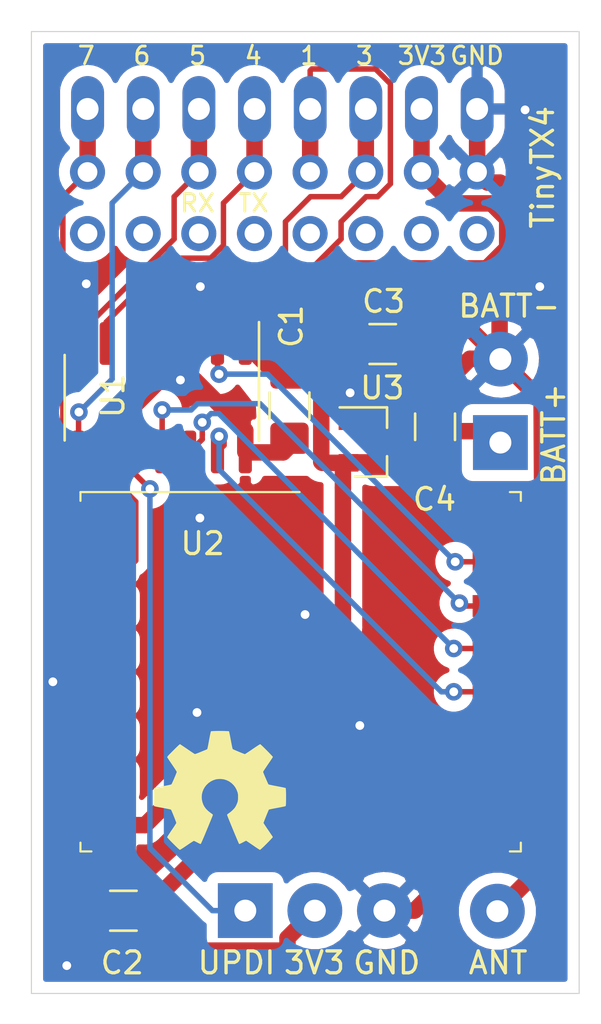
<source format=kicad_pcb>
(kicad_pcb (version 20171130) (host pcbnew "(5.1.5-0-10_14)")

  (general
    (thickness 1.6)
    (drawings 19)
    (tracks 230)
    (zones 0)
    (modules 14)
    (nets 17)
  )

  (page A4)
  (layers
    (0 F.Cu signal)
    (31 B.Cu signal)
    (32 B.Adhes user)
    (33 F.Adhes user)
    (34 B.Paste user)
    (35 F.Paste user)
    (36 B.SilkS user)
    (37 F.SilkS user)
    (38 B.Mask user)
    (39 F.Mask user)
    (40 Dwgs.User user)
    (41 Cmts.User user)
    (42 Eco1.User user)
    (43 Eco2.User user)
    (44 Edge.Cuts user)
    (45 Margin user)
    (46 B.CrtYd user)
    (47 F.CrtYd user)
    (48 B.Fab user)
    (49 F.Fab user hide)
  )

  (setup
    (last_trace_width 0.25)
    (user_trace_width 0.25)
    (user_trace_width 0.5)
    (user_trace_width 0.75)
    (user_trace_width 1)
    (user_trace_width 2)
    (trace_clearance 0.2)
    (zone_clearance 0.508)
    (zone_45_only no)
    (trace_min 0.127)
    (via_size 0.8)
    (via_drill 0.4)
    (via_min_size 0.45)
    (via_min_drill 0.3)
    (user_via 0.6 0.3)
    (user_via 0.8 0.4)
    (uvia_size 0.3)
    (uvia_drill 0.1)
    (uvias_allowed no)
    (uvia_min_size 0.2)
    (uvia_min_drill 0.1)
    (edge_width 0.1)
    (segment_width 0.2)
    (pcb_text_width 0.3)
    (pcb_text_size 1.5 1.5)
    (mod_edge_width 0.153)
    (mod_text_size 1 1)
    (mod_text_width 0.153)
    (pad_size 1.524 1.524)
    (pad_drill 0.762)
    (pad_to_mask_clearance 0)
    (aux_axis_origin 0 0)
    (visible_elements FFFFFF7F)
    (pcbplotparams
      (layerselection 0x010f0_ffffffff)
      (usegerberextensions false)
      (usegerberattributes false)
      (usegerberadvancedattributes false)
      (creategerberjobfile false)
      (excludeedgelayer true)
      (linewidth 0.100000)
      (plotframeref false)
      (viasonmask false)
      (mode 1)
      (useauxorigin false)
      (hpglpennumber 1)
      (hpglpenspeed 20)
      (hpglpendiameter 15.000000)
      (psnegative false)
      (psa4output false)
      (plotreference true)
      (plotvalue true)
      (plotinvisibletext false)
      (padsonsilk false)
      (subtractmaskfromsilk false)
      (outputformat 1)
      (mirror false)
      (drillshape 0)
      (scaleselection 1)
      (outputdirectory ""))
  )

  (net 0 "")
  (net 1 "Net-(U1-Pad13)")
  (net 2 "Net-(U1-Pad12)")
  (net 3 "Net-(U1-Pad11)")
  (net 4 "Net-(U1-Pad4)")
  (net 5 "Net-(U1-Pad2)")
  (net 6 GND)
  (net 7 "Net-(J1-Pad1)")
  (net 8 "Net-(J2-Pad8)")
  (net 9 "Net-(J2-Pad7)")
  (net 10 "Net-(J2-Pad6)")
  (net 11 "Net-(J2-Pad5)")
  (net 12 "Net-(J2-Pad3)")
  (net 13 "Net-(J2-Pad4)")
  (net 14 "Net-(C1-Pad1)")
  (net 15 "Net-(AE1-Pad1)")
  (net 16 "Net-(BT1-Pad1)")

  (net_class Default "This is the default net class."
    (clearance 0.2)
    (trace_width 0.25)
    (via_dia 0.8)
    (via_drill 0.4)
    (uvia_dia 0.3)
    (uvia_drill 0.1)
    (add_net GND)
    (add_net "Net-(AE1-Pad1)")
    (add_net "Net-(BT1-Pad1)")
    (add_net "Net-(C1-Pad1)")
    (add_net "Net-(J1-Pad1)")
    (add_net "Net-(J2-Pad3)")
    (add_net "Net-(J2-Pad4)")
    (add_net "Net-(J2-Pad5)")
    (add_net "Net-(J2-Pad6)")
    (add_net "Net-(J2-Pad7)")
    (add_net "Net-(J2-Pad8)")
    (add_net "Net-(U1-Pad11)")
    (add_net "Net-(U1-Pad12)")
    (add_net "Net-(U1-Pad13)")
    (add_net "Net-(U1-Pad2)")
    (add_net "Net-(U1-Pad4)")
  )

  (net_class Power ""
    (clearance 0.2)
    (trace_width 0.75)
    (via_dia 0.8)
    (via_drill 0.4)
    (uvia_dia 0.3)
    (uvia_drill 0.1)
  )

  (module kicad-custom:open-hardware (layer F.Cu) (tedit 0) (tstamp 60447F5A)
    (at 22.479 48.387)
    (fp_text reference G*** (at 0 0) (layer F.SilkS) hide
      (effects (font (size 1.524 1.524) (thickness 0.3)))
    )
    (fp_text value LOGO (at 0.75 0) (layer F.SilkS) hide
      (effects (font (size 1.524 1.524) (thickness 0.3)))
    )
    (fp_poly (pts (xy 0.053123 -2.703696) (xy 0.131059 -2.703076) (xy 0.204769 -2.701946) (xy 0.271551 -2.700307)
      (xy 0.328703 -2.698163) (xy 0.373524 -2.695518) (xy 0.403312 -2.692373) (xy 0.415241 -2.688909)
      (xy 0.41955 -2.676168) (xy 0.426996 -2.645673) (xy 0.437115 -2.599668) (xy 0.449442 -2.540397)
      (xy 0.463512 -2.470103) (xy 0.478863 -2.391032) (xy 0.495028 -2.305427) (xy 0.498813 -2.285049)
      (xy 0.519804 -2.173146) (xy 0.537797 -2.08049) (xy 0.552972 -2.006259) (xy 0.565509 -1.94963)
      (xy 0.575588 -1.90978) (xy 0.583389 -1.885887) (xy 0.587787 -1.878008) (xy 0.600882 -1.870309)
      (xy 0.629891 -1.856377) (xy 0.67183 -1.837453) (xy 0.723719 -1.814779) (xy 0.782574 -1.789594)
      (xy 0.845414 -1.76314) (xy 0.909256 -1.736658) (xy 0.971119 -1.711388) (xy 1.02802 -1.688572)
      (xy 1.076978 -1.669449) (xy 1.115009 -1.655261) (xy 1.139133 -1.647249) (xy 1.145577 -1.64592)
      (xy 1.156775 -1.651496) (xy 1.182816 -1.667405) (xy 1.221832 -1.692417) (xy 1.271955 -1.725305)
      (xy 1.331318 -1.764838) (xy 1.398053 -1.809789) (xy 1.470292 -1.858929) (xy 1.494107 -1.875229)
      (xy 1.590046 -1.940602) (xy 1.670062 -1.99427) (xy 1.734629 -2.036533) (xy 1.784218 -2.06769)
      (xy 1.819304 -2.088042) (xy 1.840357 -2.097887) (xy 1.846687 -2.098813) (xy 1.858517 -2.090259)
      (xy 1.882301 -2.069183) (xy 1.916147 -2.037492) (xy 1.958159 -1.997095) (xy 2.006446 -1.949897)
      (xy 2.059112 -1.897808) (xy 2.114265 -1.842734) (xy 2.17001 -1.786582) (xy 2.224455 -1.73126)
      (xy 2.275705 -1.678675) (xy 2.321867 -1.630735) (xy 2.361048 -1.589348) (xy 2.391353 -1.55642)
      (xy 2.41089 -1.533858) (xy 2.417764 -1.523575) (xy 2.412105 -1.512156) (xy 2.39611 -1.485949)
      (xy 2.371029 -1.446854) (xy 2.338117 -1.396775) (xy 2.298624 -1.337613) (xy 2.253804 -1.27127)
      (xy 2.204908 -1.199649) (xy 2.194244 -1.184122) (xy 2.144632 -1.111524) (xy 2.098852 -1.043688)
      (xy 2.058157 -0.982532) (xy 2.0238 -0.929978) (xy 1.997033 -0.887946) (xy 1.97911 -0.858356)
      (xy 1.971283 -0.84313) (xy 1.97104 -0.841954) (xy 1.974996 -0.827733) (xy 1.986035 -0.797875)
      (xy 2.002911 -0.755277) (xy 2.024379 -0.702838) (xy 2.049194 -0.643455) (xy 2.076111 -0.580027)
      (xy 2.103884 -0.515451) (xy 2.131269 -0.452625) (xy 2.157019 -0.394447) (xy 2.17989 -0.343815)
      (xy 2.198637 -0.303627) (xy 2.212013 -0.276781) (xy 2.21829 -0.266556) (xy 2.231317 -0.261496)
      (xy 2.262308 -0.253339) (xy 2.309213 -0.242524) (xy 2.369985 -0.22949) (xy 2.442578 -0.214678)
      (xy 2.524943 -0.198526) (xy 2.611145 -0.182199) (xy 2.696668 -0.166038) (xy 2.776158 -0.150587)
      (xy 2.847335 -0.136321) (xy 2.907921 -0.123715) (xy 2.955637 -0.113245) (xy 2.988205 -0.105385)
      (xy 3.003345 -0.100612) (xy 3.003904 -0.100252) (xy 3.007515 -0.087344) (xy 3.01063 -0.056823)
      (xy 3.013247 -0.011391) (xy 3.015362 0.04625) (xy 3.016972 0.113399) (xy 3.018075 0.187355)
      (xy 3.018666 0.265416) (xy 3.018744 0.34488) (xy 3.018305 0.423046) (xy 3.017346 0.497213)
      (xy 3.015864 0.564679) (xy 3.013857 0.622742) (xy 3.01132 0.668701) (xy 3.008251 0.699854)
      (xy 3.00482 0.713302) (xy 2.994138 0.719238) (xy 2.969396 0.727041) (xy 2.929558 0.736939)
      (xy 2.873591 0.749159) (xy 2.800461 0.763929) (xy 2.709132 0.781478) (xy 2.62128 0.797854)
      (xy 2.536792 0.813628) (xy 2.458427 0.828621) (xy 2.388478 0.842366) (xy 2.329238 0.854398)
      (xy 2.283002 0.864251) (xy 2.252061 0.871457) (xy 2.238709 0.875552) (xy 2.238542 0.875668)
      (xy 2.231921 0.887174) (xy 2.219114 0.914842) (xy 2.201246 0.955875) (xy 2.179444 1.007476)
      (xy 2.154834 1.066848) (xy 2.128542 1.131194) (xy 2.101694 1.197718) (xy 2.075416 1.263623)
      (xy 2.050834 1.326112) (xy 2.029074 1.382387) (xy 2.011262 1.429652) (xy 1.998524 1.465111)
      (xy 1.991986 1.485966) (xy 1.99136 1.489621) (xy 1.996938 1.501511) (xy 2.012811 1.52811)
      (xy 2.037689 1.567434) (xy 2.070281 1.617499) (xy 2.109294 1.676321) (xy 2.153438 1.741917)
      (xy 2.200415 1.810835) (xy 2.248519 1.881152) (xy 2.293035 1.946566) (xy 2.332635 2.005096)
      (xy 2.365988 2.054764) (xy 2.391766 2.093589) (xy 2.408639 2.119593) (xy 2.415247 2.130712)
      (xy 2.409754 2.14146) (xy 2.39141 2.164336) (xy 2.362087 2.197467) (xy 2.323659 2.238976)
      (xy 2.277997 2.28699) (xy 2.226974 2.339632) (xy 2.172463 2.395028) (xy 2.116337 2.451303)
      (xy 2.060468 2.506583) (xy 2.006729 2.558992) (xy 1.956994 2.606654) (xy 1.913133 2.647697)
      (xy 1.877021 2.680243) (xy 1.85053 2.70242) (xy 1.835532 2.71235) (xy 1.833948 2.712705)
      (xy 1.820219 2.707111) (xy 1.792401 2.69139) (xy 1.753013 2.667126) (xy 1.704574 2.6359)
      (xy 1.649603 2.599296) (xy 1.60528 2.569042) (xy 1.540983 2.524787) (xy 1.475912 2.480165)
      (xy 1.413963 2.437831) (xy 1.359028 2.400447) (xy 1.315004 2.37067) (xy 1.298631 2.359686)
      (xy 1.200263 2.293981) (xy 1.047543 2.37381) (xy 0.99108 2.403061) (xy 0.949749 2.423628)
      (xy 0.92084 2.436555) (xy 0.901644 2.442885) (xy 0.889452 2.443663) (xy 0.881556 2.439932)
      (xy 0.879918 2.4384) (xy 0.87331 2.426305) (xy 0.859863 2.397264) (xy 0.840356 2.353159)
      (xy 0.815567 2.29587) (xy 0.786272 2.227279) (xy 0.753251 2.149267) (xy 0.717281 2.063714)
      (xy 0.67914 1.972503) (xy 0.639606 1.877513) (xy 0.599457 1.780627) (xy 0.559471 1.683725)
      (xy 0.520426 1.588688) (xy 0.483099 1.497397) (xy 0.44827 1.411734) (xy 0.416714 1.33358)
      (xy 0.389212 1.264816) (xy 0.36654 1.207322) (xy 0.349476 1.16298) (xy 0.338799 1.133671)
      (xy 0.33528 1.12143) (xy 0.341562 1.106577) (xy 0.36163 1.086871) (xy 0.397313 1.06067)
      (xy 0.4191 1.046228) (xy 0.460208 1.01676) (xy 0.508789 0.97763) (xy 0.558542 0.934117)
      (xy 0.599971 0.894711) (xy 0.642591 0.851063) (xy 0.674258 0.815411) (xy 0.699099 0.782125)
      (xy 0.721238 0.745577) (xy 0.7448 0.700139) (xy 0.749365 0.69088) (xy 0.783181 0.618397)
      (xy 0.807296 0.556281) (xy 0.82325 0.49797) (xy 0.832582 0.436905) (xy 0.836834 0.366522)
      (xy 0.837595 0.31496) (xy 0.837173 0.252318) (xy 0.834982 0.204016) (xy 0.830401 0.164103)
      (xy 0.822806 0.126631) (xy 0.81475 0.09652) (xy 0.768961 -0.027739) (xy 0.706639 -0.141267)
      (xy 0.629099 -0.242775) (xy 0.53765 -0.330976) (xy 0.433607 -0.404581) (xy 0.318279 -0.462301)
      (xy 0.20828 -0.49899) (xy 0.127213 -0.514018) (xy 0.035719 -0.520791) (xy -0.058269 -0.519315)
      (xy -0.146817 -0.509595) (xy -0.19812 -0.498746) (xy -0.318137 -0.457153) (xy -0.428565 -0.399407)
      (xy -0.52819 -0.327273) (xy -0.615795 -0.242513) (xy -0.690164 -0.146895) (xy -0.750081 -0.042181)
      (xy -0.794329 0.069863) (xy -0.821692 0.187473) (xy -0.830955 0.308883) (xy -0.824232 0.409724)
      (xy -0.798939 0.536682) (xy -0.757671 0.653021) (xy -0.699635 0.759995) (xy -0.62404 0.858857)
      (xy -0.530095 0.95086) (xy -0.43688 1.023435) (xy -0.396057 1.052907) (xy -0.361284 1.079068)
      (xy -0.335977 1.099272) (xy -0.323551 1.110875) (xy -0.323084 1.11157) (xy -0.321712 1.114139)
      (xy -0.320919 1.117356) (xy -0.321192 1.122446) (xy -0.323015 1.130633) (xy -0.326874 1.143141)
      (xy -0.333254 1.161197) (xy -0.34264 1.186023) (xy -0.355517 1.218845) (xy -0.372372 1.260888)
      (xy -0.393689 1.313376) (xy -0.419954 1.377533) (xy -0.451652 1.454585) (xy -0.489268 1.545755)
      (xy -0.533288 1.652269) (xy -0.584197 1.775351) (xy -0.630481 1.887224) (xy -0.685746 2.020238)
      (xy -0.733761 2.134588) (xy -0.774648 2.23055) (xy -0.808528 2.308398) (xy -0.835521 2.368404)
      (xy -0.855748 2.410844) (xy -0.869329 2.435991) (xy -0.875951 2.444058) (xy -0.891805 2.44146)
      (xy -0.922594 2.429498) (xy -0.965831 2.409269) (xy -1.019032 2.381868) (xy -1.028351 2.376865)
      (xy -1.077175 2.351252) (xy -1.12112 2.329564) (xy -1.156461 2.313538) (xy -1.179476 2.304908)
      (xy -1.184835 2.303901) (xy -1.197975 2.309472) (xy -1.225724 2.325367) (xy -1.26603 2.350273)
      (xy -1.316845 2.382876) (xy -1.376117 2.421865) (xy -1.441798 2.465926) (xy -1.503848 2.50825)
      (xy -1.573499 2.555717) (xy -1.638556 2.599285) (xy -1.696972 2.637639) (xy -1.746697 2.669466)
      (xy -1.785682 2.693453) (xy -1.811876 2.708284) (xy -1.822763 2.71272) (xy -1.83597 2.705862)
      (xy -1.861879 2.685158) (xy -1.900706 2.650409) (xy -1.952662 2.601418) (xy -2.01796 2.537987)
      (xy -2.096814 2.459919) (xy -2.12097 2.435791) (xy -2.202945 2.353216) (xy -2.270757 2.283698)
      (xy -2.324265 2.227388) (xy -2.363331 2.184437) (xy -2.387814 2.154995) (xy -2.397574 2.139212)
      (xy -2.39776 2.137977) (xy -2.39217 2.125024) (xy -2.376263 2.097421) (xy -2.351338 2.05719)
      (xy -2.318694 2.006353) (xy -2.279628 1.946934) (xy -2.235439 1.880955) (xy -2.18948 1.813436)
      (xy -2.141599 1.743071) (xy -2.097596 1.677329) (xy -2.05877 1.618234) (xy -2.026417 1.567807)
      (xy -2.001838 1.528071) (xy -1.98633 1.501047) (xy -1.981181 1.48895) (xy -1.98493 1.473336)
      (xy -1.995415 1.441927) (xy -2.011478 1.39762) (xy -2.03196 1.343312) (xy -2.055701 1.2819)
      (xy -2.081542 1.216281) (xy -2.108323 1.149351) (xy -2.134887 1.084006) (xy -2.160072 1.023144)
      (xy -2.182721 0.969661) (xy -2.201674 0.926455) (xy -2.215771 0.89642) (xy -2.223854 0.882456)
      (xy -2.223918 0.88239) (xy -2.236696 0.875852) (xy -2.264697 0.867317) (xy -2.308838 0.856581)
      (xy -2.370038 0.84344) (xy -2.449212 0.82769) (xy -2.547278 0.809126) (xy -2.58064 0.802956)
      (xy -2.682167 0.78425) (xy -2.765538 0.768783) (xy -2.832583 0.756099) (xy -2.885129 0.745743)
      (xy -2.925003 0.737262) (xy -2.954033 0.730201) (xy -2.974046 0.724105) (xy -2.986869 0.71852)
      (xy -2.994331 0.712992) (xy -2.998259 0.707065) (xy -3.000479 0.700286) (xy -3.000977 0.698421)
      (xy -3.002372 0.683314) (xy -3.003662 0.650305) (xy -3.004809 0.601812) (xy -3.005777 0.540254)
      (xy -3.006526 0.468049) (xy -3.00702 0.387616) (xy -3.007221 0.301371) (xy -3.007222 0.299121)
      (xy -3.007089 0.194835) (xy -3.006572 0.109324) (xy -3.005623 0.041049) (xy -3.004191 -0.011531)
      (xy -3.002229 -0.049957) (xy -2.999687 -0.07577) (xy -2.996515 -0.090511) (xy -2.99466 -0.094234)
      (xy -2.9855 -0.099938) (xy -2.964815 -0.107055) (xy -2.931265 -0.115883) (xy -2.883506 -0.126721)
      (xy -2.820199 -0.139868) (xy -2.74 -0.155622) (xy -2.641569 -0.174282) (xy -2.602146 -0.181632)
      (xy -2.498614 -0.201056) (xy -2.413552 -0.217469) (xy -2.345392 -0.231222) (xy -2.292563 -0.242668)
      (xy -2.253497 -0.252158) (xy -2.226625 -0.260046) (xy -2.210377 -0.266682) (xy -2.204381 -0.270878)
      (xy -2.195322 -0.285482) (xy -2.180012 -0.315846) (xy -2.159719 -0.359005) (xy -2.13571 -0.411992)
      (xy -2.109256 -0.47184) (xy -2.081623 -0.535585) (xy -2.054079 -0.600259) (xy -2.027894 -0.662896)
      (xy -2.004335 -0.720531) (xy -1.98467 -0.770196) (xy -1.970169 -0.808927) (xy -1.962098 -0.833757)
      (xy -1.96086 -0.840424) (xy -1.966503 -0.853913) (xy -1.982627 -0.882169) (xy -2.008037 -0.923332)
      (xy -2.041539 -0.975537) (xy -2.081938 -1.036922) (xy -2.12804 -1.105624) (xy -2.175846 -1.175704)
      (xy -2.224744 -1.247283) (xy -2.269999 -1.314375) (xy -2.310296 -1.374968) (xy -2.34432 -1.427046)
      (xy -2.370755 -1.468596) (xy -2.388286 -1.497603) (xy -2.395599 -1.512054) (xy -2.395677 -1.512382)
      (xy -2.395123 -1.520329) (xy -2.389905 -1.531604) (xy -2.378797 -1.547561) (xy -2.36057 -1.569556)
      (xy -2.333999 -1.598947) (xy -2.297855 -1.637087) (xy -2.250913 -1.685334) (xy -2.191945 -1.745043)
      (xy -2.119724 -1.817569) (xy -2.117212 -1.820085) (xy -2.040887 -1.896029) (xy -1.974532 -1.961028)
      (xy -1.918867 -2.014406) (xy -1.874616 -2.055486) (xy -1.842501 -2.083594) (xy -1.823244 -2.098051)
      (xy -1.818217 -2.099908) (xy -1.806545 -2.093422) (xy -1.780115 -2.07666) (xy -1.740872 -2.050921)
      (xy -1.690762 -2.017503) (xy -1.631727 -1.977702) (xy -1.565714 -1.932817) (xy -1.494667 -1.884146)
      (xy -1.488017 -1.879572) (xy -1.416126 -1.830319) (xy -1.348663 -1.784496) (xy -1.287648 -1.743445)
      (xy -1.235105 -1.70851) (xy -1.193054 -1.681036) (xy -1.163519 -1.662365) (xy -1.14852 -1.653842)
      (xy -1.14808 -1.653665) (xy -1.137727 -1.651911) (xy -1.122337 -1.653525) (xy -1.099793 -1.659233)
      (xy -1.067981 -1.669759) (xy -1.024783 -1.685826) (xy -0.968082 -1.708159) (xy -0.895763 -1.737483)
      (xy -0.85852 -1.752758) (xy -0.789469 -1.781143) (xy -0.726258 -1.807122) (xy -0.671414 -1.829656)
      (xy -0.627462 -1.847708) (xy -0.596928 -1.860239) (xy -0.582339 -1.866214) (xy -0.581753 -1.866452)
      (xy -0.576661 -1.869671) (xy -0.571742 -1.876211) (xy -0.566601 -1.887835) (xy -0.560839 -1.906303)
      (xy -0.554061 -1.933376) (xy -0.54587 -1.970816) (xy -0.535869 -2.020383) (xy -0.52366 -2.08384)
      (xy -0.508848 -2.162947) (xy -0.491035 -2.259465) (xy -0.481503 -2.3114) (xy -0.461794 -2.417454)
      (xy -0.445018 -2.504474) (xy -0.430945 -2.5735) (xy -0.419348 -2.625572) (xy -0.409998 -2.661729)
      (xy -0.402666 -2.68301) (xy -0.398322 -2.68986) (xy -0.383834 -2.693446) (xy -0.351958 -2.696495)
      (xy -0.305398 -2.69901) (xy -0.246854 -2.700995) (xy -0.179029 -2.702453) (xy -0.104623 -2.703387)
      (xy -0.026339 -2.7038) (xy 0.053123 -2.703696)) (layer F.SilkS) (width 0.01))
  )

  (module RF_Module:HOPERF_RFM69HW (layer F.Cu) (tedit 5A030172) (tstamp 603D5D14)
    (at 26.1688 42.97656)
    (descr "Radio, RF, Module, http://www.hoperf.com/upload/rf/RFM69HW-V1.3.pdf")
    (tags "Radio RF Module")
    (path /603D5786)
    (attr smd)
    (fp_text reference U2 (at -4.47216 -5.84932) (layer F.SilkS)
      (effects (font (size 1 1) (thickness 0.15)))
    )
    (fp_text value RFM69HW (at 0 2.5) (layer F.Fab)
      (effects (font (size 1 1) (thickness 0.15)))
    )
    (fp_line (start -9.85 8) (end -9.85 -8) (layer F.Fab) (width 0.1))
    (fp_line (start 9.85 8) (end -9.85 8) (layer F.Fab) (width 0.1))
    (fp_line (start 9.85 -8) (end 9.85 8) (layer F.Fab) (width 0.1))
    (fp_line (start -9.85 -8) (end 9.85 -8) (layer F.Fab) (width 0.1))
    (fp_line (start -10.05 -8.2) (end -10.05 -7.8) (layer F.SilkS) (width 0.1))
    (fp_line (start 10.05 -8.2) (end 10.05 -7.8) (layer F.SilkS) (width 0.1))
    (fp_line (start 9.55 -8.2) (end 10.05 -8.2) (layer F.SilkS) (width 0.1))
    (fp_line (start 10.05 7.8) (end 10.05 8.2) (layer F.SilkS) (width 0.1))
    (fp_line (start 9.55 8.2) (end 10.05 8.2) (layer F.SilkS) (width 0.1))
    (fp_line (start -10.05 7.8) (end -10.05 8.2) (layer F.SilkS) (width 0.1))
    (fp_line (start -10.05 8.2) (end -9.55 8.2) (layer F.SilkS) (width 0.1))
    (fp_text user %R (at 0 0) (layer F.Fab)
      (effects (font (size 1 1) (thickness 0.15)))
    )
    (fp_line (start -10.05 -8.2) (end -0.05 -8.2) (layer F.SilkS) (width 0.1))
    (fp_circle (center -7 -7) (end -7.5 -7) (layer F.Fab) (width 0.1))
    (fp_line (start -10.6 8.25) (end -10.6 -8.25) (layer F.CrtYd) (width 0.05))
    (fp_line (start 10.6 8.25) (end -10.6 8.25) (layer F.CrtYd) (width 0.05))
    (fp_line (start 10.6 -8.25) (end 10.6 8.25) (layer F.CrtYd) (width 0.05))
    (fp_line (start -10.6 -8.25) (end 10.6 -8.25) (layer F.CrtYd) (width 0.05))
    (pad 1 smd rect (at -9.1 -7) (size 2.5 1) (layers F.Cu F.Paste F.Mask))
    (pad 2 smd rect (at -9.1 -5) (size 2.5 1) (layers F.Cu F.Paste F.Mask)
      (net 4 "Net-(U1-Pad4)"))
    (pad 3 smd rect (at -9.1 -3) (size 2.5 1) (layers F.Cu F.Paste F.Mask))
    (pad 4 smd rect (at -9.1 -1) (size 2.5 1) (layers F.Cu F.Paste F.Mask))
    (pad 5 smd rect (at -9.1 1) (size 2.5 1) (layers F.Cu F.Paste F.Mask))
    (pad 6 smd rect (at -9.1 3) (size 2.5 1) (layers F.Cu F.Paste F.Mask))
    (pad 7 smd rect (at -9.1 5) (size 2.5 1) (layers F.Cu F.Paste F.Mask))
    (pad 8 smd rect (at -9.1 7) (size 2.5 1) (layers F.Cu F.Paste F.Mask)
      (net 14 "Net-(C1-Pad1)"))
    (pad 9 smd rect (at 9.1 7) (size 2.5 1) (layers F.Cu F.Paste F.Mask)
      (net 6 GND))
    (pad 10 smd rect (at 9.1 5) (size 2.5 1) (layers F.Cu F.Paste F.Mask)
      (net 15 "Net-(AE1-Pad1)"))
    (pad 11 smd rect (at 9.1 3) (size 2.5 1) (layers F.Cu F.Paste F.Mask)
      (net 6 GND))
    (pad 12 smd rect (at 9.1 1) (size 2.5 1) (layers F.Cu F.Paste F.Mask)
      (net 1 "Net-(U1-Pad13)"))
    (pad 13 smd rect (at 9.1 -1) (size 2.5 1) (layers F.Cu F.Paste F.Mask)
      (net 2 "Net-(U1-Pad12)"))
    (pad 14 smd rect (at 9.1 -3) (size 2.5 1) (layers F.Cu F.Paste F.Mask)
      (net 3 "Net-(U1-Pad11)"))
    (pad 15 smd rect (at 9.1 -5) (size 2.5 1) (layers F.Cu F.Paste F.Mask)
      (net 5 "Net-(U1-Pad2)"))
    (pad 16 smd rect (at 9.1 -7) (size 2.5 1) (layers F.Cu F.Paste F.Mask))
    (model ${KISYS3DMOD}/RF_Module.3dshapes/HOPERF_RFM69HW.wrl
      (at (xyz 0 0 0))
      (scale (xyz 1 1 1))
      (rotate (xyz 0 0 0))
    )
  )

  (module Capacitor_SMD:C_1206_3216Metric_Pad1.42x1.75mm_HandSolder (layer F.Cu) (tedit 5B301BBE) (tstamp 60441102)
    (at 18.07878 53.88356)
    (descr "Capacitor SMD 1206 (3216 Metric), square (rectangular) end terminal, IPC_7351 nominal with elongated pad for handsoldering. (Body size source: http://www.tortai-tech.com/upload/download/2011102023233369053.pdf), generated with kicad-footprint-generator")
    (tags "capacitor handsolder")
    (path /603FCA96)
    (attr smd)
    (fp_text reference C2 (at -0.05494 2.37744) (layer F.SilkS)
      (effects (font (size 1 1) (thickness 0.15)))
    )
    (fp_text value 0.1uF (at 0 1.82) (layer F.Fab)
      (effects (font (size 1 1) (thickness 0.15)))
    )
    (fp_text user %R (at 0 0) (layer F.Fab)
      (effects (font (size 0.8 0.8) (thickness 0.12)))
    )
    (fp_line (start 2.45 1.12) (end -2.45 1.12) (layer F.CrtYd) (width 0.05))
    (fp_line (start 2.45 -1.12) (end 2.45 1.12) (layer F.CrtYd) (width 0.05))
    (fp_line (start -2.45 -1.12) (end 2.45 -1.12) (layer F.CrtYd) (width 0.05))
    (fp_line (start -2.45 1.12) (end -2.45 -1.12) (layer F.CrtYd) (width 0.05))
    (fp_line (start -0.602064 0.91) (end 0.602064 0.91) (layer F.SilkS) (width 0.12))
    (fp_line (start -0.602064 -0.91) (end 0.602064 -0.91) (layer F.SilkS) (width 0.12))
    (fp_line (start 1.6 0.8) (end -1.6 0.8) (layer F.Fab) (width 0.1))
    (fp_line (start 1.6 -0.8) (end 1.6 0.8) (layer F.Fab) (width 0.1))
    (fp_line (start -1.6 -0.8) (end 1.6 -0.8) (layer F.Fab) (width 0.1))
    (fp_line (start -1.6 0.8) (end -1.6 -0.8) (layer F.Fab) (width 0.1))
    (pad 2 smd roundrect (at 1.4875 0) (size 1.425 1.75) (layers F.Cu F.Paste F.Mask) (roundrect_rratio 0.175439)
      (net 6 GND))
    (pad 1 smd roundrect (at -1.4875 0) (size 1.425 1.75) (layers F.Cu F.Paste F.Mask) (roundrect_rratio 0.175439)
      (net 14 "Net-(C1-Pad1)"))
    (model ${KISYS3DMOD}/Capacitor_SMD.3dshapes/C_1206_3216Metric.wrl
      (at (xyz 0 0 0))
      (scale (xyz 1 1 1))
      (rotate (xyz 0 0 0))
    )
  )

  (module kicad-custom:SolderWirePad_1x08_Drill1mm (layer F.Cu) (tedit 603F6355) (tstamp 60440E42)
    (at 25.42032 25.85212 180)
    (path /60476D5A)
    (fp_text reference J3 (at -12.00404 -0.60452) (layer F.SilkS) hide
      (effects (font (size 1 1) (thickness 0.15)))
    )
    (fp_text value Conn_01x08_Female (at 0 -0.5) (layer F.Fab)
      (effects (font (size 1 1) (thickness 0.15)))
    )
    (pad 8 thru_hole circle (at 8.98 2.875 270) (size 1.6 1.6) (drill 0.9) (layers *.Cu *.Mask))
    (pad 7 thru_hole circle (at 6.44 2.875 270) (size 1.6 1.6) (drill 0.9) (layers *.Cu *.Mask))
    (pad 6 thru_hole circle (at 3.9 2.875 270) (size 1.6 1.6) (drill 0.9) (layers *.Cu *.Mask))
    (pad 5 thru_hole circle (at 1.36 2.875 270) (size 1.6 1.6) (drill 0.9) (layers *.Cu *.Mask))
    (pad 4 thru_hole circle (at -1.18 2.875 270) (size 1.6 1.6) (drill 0.9) (layers *.Cu *.Mask))
    (pad 3 thru_hole circle (at -3.72 2.875 270) (size 1.6 1.6) (drill 0.9) (layers *.Cu *.Mask))
    (pad 2 thru_hole circle (at -6.26 2.875 270) (size 1.6 1.6) (drill 0.9) (layers *.Cu *.Mask))
    (pad 1 thru_hole circle (at -8.8 2.875 270) (size 1.6 1.6) (drill 0.9) (layers *.Cu *.Mask))
  )

  (module Connector_Wire:SolderWirePad_1x02_P3.81mm_Drill1mm (layer F.Cu) (tedit 5AEE5F04) (tstamp 60440FE3)
    (at 35.28568 32.51708 90)
    (descr "Wire solder connection")
    (tags connector)
    (path /60432650)
    (attr virtual)
    (fp_text reference BATT+ (at 0.38608 2.43332 270) (layer F.SilkS)
      (effects (font (size 1 1) (thickness 0.15)))
    )
    (fp_text value Battery (at 1.905 3.81 90) (layer F.Fab)
      (effects (font (size 1 1) (thickness 0.15)))
    )
    (fp_line (start 5.56 1.75) (end -1.74 1.75) (layer F.CrtYd) (width 0.05))
    (fp_line (start 5.56 1.75) (end 5.56 -1.75) (layer F.CrtYd) (width 0.05))
    (fp_line (start -1.74 -1.75) (end -1.74 1.75) (layer F.CrtYd) (width 0.05))
    (fp_line (start -1.74 -1.75) (end 5.56 -1.75) (layer F.CrtYd) (width 0.05))
    (fp_text user %R (at 1.905 0 90) (layer F.Fab)
      (effects (font (size 1 1) (thickness 0.15)))
    )
    (pad 2 thru_hole circle (at 3.81 0 90) (size 2.49936 2.49936) (drill 1.00076) (layers *.Cu *.Mask)
      (net 6 GND))
    (pad 1 thru_hole rect (at 0 0 90) (size 2.49936 2.49936) (drill 1.00076) (layers *.Cu *.Mask)
      (net 16 "Net-(BT1-Pad1)"))
  )

  (module kicad-custom:SolderWirePad_1x08_Drill1mm (layer F.Cu) (tedit 603F6355) (tstamp 603FABC4)
    (at 25.42032 23.0454 180)
    (path /60473A43)
    (fp_text reference J4 (at -10.5664 -2.41048) (layer F.SilkS) hide
      (effects (font (size 1 1) (thickness 0.15)))
    )
    (fp_text value Conn_01x08_Female (at 0 -0.5) (layer F.Fab)
      (effects (font (size 1 1) (thickness 0.15)))
    )
    (pad 8 thru_hole circle (at 8.98 2.875 270) (size 1.6 1.6) (drill 0.9) (layers *.Cu *.Mask)
      (net 8 "Net-(J2-Pad8)"))
    (pad 7 thru_hole circle (at 6.44 2.875 270) (size 1.6 1.6) (drill 0.9) (layers *.Cu *.Mask)
      (net 9 "Net-(J2-Pad7)"))
    (pad 6 thru_hole circle (at 3.9 2.875 270) (size 1.6 1.6) (drill 0.9) (layers *.Cu *.Mask)
      (net 10 "Net-(J2-Pad6)"))
    (pad 5 thru_hole circle (at 1.36 2.875 270) (size 1.6 1.6) (drill 0.9) (layers *.Cu *.Mask)
      (net 11 "Net-(J2-Pad5)"))
    (pad 4 thru_hole circle (at -1.18 2.875 270) (size 1.6 1.6) (drill 0.9) (layers *.Cu *.Mask)
      (net 13 "Net-(J2-Pad4)"))
    (pad 3 thru_hole circle (at -3.72 2.875 270) (size 1.6 1.6) (drill 0.9) (layers *.Cu *.Mask)
      (net 12 "Net-(J2-Pad3)"))
    (pad 2 thru_hole circle (at -6.26 2.875 270) (size 1.6 1.6) (drill 0.9) (layers *.Cu *.Mask)
      (net 14 "Net-(C1-Pad1)"))
    (pad 1 thru_hole circle (at -8.8 2.875 270) (size 1.6 1.6) (drill 0.9) (layers *.Cu *.Mask)
      (net 6 GND))
  )

  (module Capacitor_SMD:C_1206_3216Metric_Pad1.42x1.75mm_HandSolder (layer F.Cu) (tedit 5B301BBE) (tstamp 603F5B0F)
    (at 29.91518 28.02128 180)
    (descr "Capacitor SMD 1206 (3216 Metric), square (rectangular) end terminal, IPC_7351 nominal with elongated pad for handsoldering. (Body size source: http://www.tortai-tech.com/upload/download/2011102023233369053.pdf), generated with kicad-footprint-generator")
    (tags "capacitor handsolder")
    (path /604375DF)
    (attr smd)
    (fp_text reference C3 (at -0.04158 1.94564) (layer F.SilkS)
      (effects (font (size 1 1) (thickness 0.15)))
    )
    (fp_text value 1uF (at 0 1.82) (layer F.Fab)
      (effects (font (size 1 1) (thickness 0.15)))
    )
    (fp_text user %R (at 0 0) (layer F.Fab)
      (effects (font (size 0.8 0.8) (thickness 0.12)))
    )
    (fp_line (start 2.45 1.12) (end -2.45 1.12) (layer F.CrtYd) (width 0.05))
    (fp_line (start 2.45 -1.12) (end 2.45 1.12) (layer F.CrtYd) (width 0.05))
    (fp_line (start -2.45 -1.12) (end 2.45 -1.12) (layer F.CrtYd) (width 0.05))
    (fp_line (start -2.45 1.12) (end -2.45 -1.12) (layer F.CrtYd) (width 0.05))
    (fp_line (start -0.602064 0.91) (end 0.602064 0.91) (layer F.SilkS) (width 0.12))
    (fp_line (start -0.602064 -0.91) (end 0.602064 -0.91) (layer F.SilkS) (width 0.12))
    (fp_line (start 1.6 0.8) (end -1.6 0.8) (layer F.Fab) (width 0.1))
    (fp_line (start 1.6 -0.8) (end 1.6 0.8) (layer F.Fab) (width 0.1))
    (fp_line (start -1.6 -0.8) (end 1.6 -0.8) (layer F.Fab) (width 0.1))
    (fp_line (start -1.6 0.8) (end -1.6 -0.8) (layer F.Fab) (width 0.1))
    (pad 2 smd roundrect (at 1.4875 0 180) (size 1.425 1.75) (layers F.Cu F.Paste F.Mask) (roundrect_rratio 0.175439)
      (net 6 GND))
    (pad 1 smd roundrect (at -1.4875 0 180) (size 1.425 1.75) (layers F.Cu F.Paste F.Mask) (roundrect_rratio 0.175439)
      (net 16 "Net-(BT1-Pad1)"))
    (model ${KISYS3DMOD}/Capacitor_SMD.3dshapes/C_1206_3216Metric.wrl
      (at (xyz 0 0 0))
      (scale (xyz 1 1 1))
      (rotate (xyz 0 0 0))
    )
  )

  (module Package_SO:SOIC-14_3.9x8.7mm_P1.27mm (layer F.Cu) (tedit 5D9F72B1) (tstamp 60440F11)
    (at 19.83232 30.46984 270)
    (descr "SOIC, 14 Pin (JEDEC MS-012AB, https://www.analog.com/media/en/package-pcb-resources/package/pkg_pdf/soic_narrow-r/r_14.pdf), generated with kicad-footprint-generator ipc_gullwing_generator.py")
    (tags "SOIC SO")
    (path /603D5D19)
    (attr smd)
    (fp_text reference U1 (at -0.08636 2.23012 90) (layer F.SilkS)
      (effects (font (size 1 1) (thickness 0.15)))
    )
    (fp_text value ATtiny1614-SS (at 0 5.28 90) (layer F.Fab)
      (effects (font (size 1 1) (thickness 0.15)))
    )
    (fp_text user %R (at 0 0 90) (layer F.Fab)
      (effects (font (size 0.98 0.98) (thickness 0.15)))
    )
    (fp_line (start 3.7 -4.58) (end -3.7 -4.58) (layer F.CrtYd) (width 0.05))
    (fp_line (start 3.7 4.58) (end 3.7 -4.58) (layer F.CrtYd) (width 0.05))
    (fp_line (start -3.7 4.58) (end 3.7 4.58) (layer F.CrtYd) (width 0.05))
    (fp_line (start -3.7 -4.58) (end -3.7 4.58) (layer F.CrtYd) (width 0.05))
    (fp_line (start -1.95 -3.35) (end -0.975 -4.325) (layer F.Fab) (width 0.1))
    (fp_line (start -1.95 4.325) (end -1.95 -3.35) (layer F.Fab) (width 0.1))
    (fp_line (start 1.95 4.325) (end -1.95 4.325) (layer F.Fab) (width 0.1))
    (fp_line (start 1.95 -4.325) (end 1.95 4.325) (layer F.Fab) (width 0.1))
    (fp_line (start -0.975 -4.325) (end 1.95 -4.325) (layer F.Fab) (width 0.1))
    (fp_line (start 0 -4.435) (end -3.45 -4.435) (layer F.SilkS) (width 0.12))
    (fp_line (start 0 -4.435) (end 1.95 -4.435) (layer F.SilkS) (width 0.12))
    (fp_line (start 0 4.435) (end -1.95 4.435) (layer F.SilkS) (width 0.12))
    (fp_line (start 0 4.435) (end 1.95 4.435) (layer F.SilkS) (width 0.12))
    (pad 14 smd roundrect (at 2.475 -3.81 270) (size 1.95 0.6) (layers F.Cu F.Paste F.Mask) (roundrect_rratio 0.25)
      (net 6 GND))
    (pad 13 smd roundrect (at 2.475 -2.54 270) (size 1.95 0.6) (layers F.Cu F.Paste F.Mask) (roundrect_rratio 0.25)
      (net 1 "Net-(U1-Pad13)"))
    (pad 12 smd roundrect (at 2.475 -1.27 270) (size 1.95 0.6) (layers F.Cu F.Paste F.Mask) (roundrect_rratio 0.25)
      (net 2 "Net-(U1-Pad12)"))
    (pad 11 smd roundrect (at 2.475 0 270) (size 1.95 0.6) (layers F.Cu F.Paste F.Mask) (roundrect_rratio 0.25)
      (net 3 "Net-(U1-Pad11)"))
    (pad 10 smd roundrect (at 2.475 1.27 270) (size 1.95 0.6) (layers F.Cu F.Paste F.Mask) (roundrect_rratio 0.25)
      (net 7 "Net-(J1-Pad1)"))
    (pad 9 smd roundrect (at 2.475 2.54 270) (size 1.95 0.6) (layers F.Cu F.Paste F.Mask) (roundrect_rratio 0.25)
      (net 8 "Net-(J2-Pad8)"))
    (pad 8 smd roundrect (at 2.475 3.81 270) (size 1.95 0.6) (layers F.Cu F.Paste F.Mask) (roundrect_rratio 0.25)
      (net 9 "Net-(J2-Pad7)"))
    (pad 7 smd roundrect (at -2.475 3.81 270) (size 1.95 0.6) (layers F.Cu F.Paste F.Mask) (roundrect_rratio 0.25)
      (net 10 "Net-(J2-Pad6)"))
    (pad 6 smd roundrect (at -2.475 2.54 270) (size 1.95 0.6) (layers F.Cu F.Paste F.Mask) (roundrect_rratio 0.25)
      (net 11 "Net-(J2-Pad5)"))
    (pad 5 smd roundrect (at -2.475 1.27 270) (size 1.95 0.6) (layers F.Cu F.Paste F.Mask) (roundrect_rratio 0.25)
      (net 12 "Net-(J2-Pad3)"))
    (pad 4 smd roundrect (at -2.475 0 270) (size 1.95 0.6) (layers F.Cu F.Paste F.Mask) (roundrect_rratio 0.25)
      (net 4 "Net-(U1-Pad4)"))
    (pad 3 smd roundrect (at -2.475 -1.27 270) (size 1.95 0.6) (layers F.Cu F.Paste F.Mask) (roundrect_rratio 0.25)
      (net 13 "Net-(J2-Pad4)"))
    (pad 2 smd roundrect (at -2.475 -2.54 270) (size 1.95 0.6) (layers F.Cu F.Paste F.Mask) (roundrect_rratio 0.25)
      (net 5 "Net-(U1-Pad2)"))
    (pad 1 smd roundrect (at -2.475 -3.81 270) (size 1.95 0.6) (layers F.Cu F.Paste F.Mask) (roundrect_rratio 0.25)
      (net 14 "Net-(C1-Pad1)"))
    (model ${KISYS3DMOD}/Package_SO.3dshapes/SOIC-14_3.9x8.7mm_P1.27mm.wrl
      (at (xyz 0 0 0))
      (scale (xyz 1 1 1))
      (rotate (xyz 0 0 0))
    )
  )

  (module kicad-custom:SolderWirePadOval_1x08_Drill1mm (layer F.Cu) (tedit 603F5FF2) (tstamp 603FABA3)
    (at 25.42396 20.16732 180)
    (path /603FEC92)
    (fp_text reference J2 (at 0.07476 -10.55652) (layer F.SilkS) hide
      (effects (font (size 1 1) (thickness 0.15)))
    )
    (fp_text value Conn_01x08_Female (at 0 -0.5) (layer F.Fab)
      (effects (font (size 1 1) (thickness 0.15)))
    )
    (pad 8 thru_hole oval (at 8.98 2.875 270) (size 3 1.5) (drill 1) (layers *.Cu *.Mask)
      (net 8 "Net-(J2-Pad8)"))
    (pad 7 thru_hole oval (at 6.44 2.875 270) (size 3 1.5) (drill 1) (layers *.Cu *.Mask)
      (net 9 "Net-(J2-Pad7)"))
    (pad 6 thru_hole oval (at 3.9 2.875 270) (size 3 1.5) (drill 1) (layers *.Cu *.Mask)
      (net 10 "Net-(J2-Pad6)"))
    (pad 5 thru_hole oval (at 1.36 2.875 270) (size 3 1.5) (drill 1) (layers *.Cu *.Mask)
      (net 11 "Net-(J2-Pad5)"))
    (pad 4 thru_hole oval (at -1.18 2.875 270) (size 3 1.5) (drill 1) (layers *.Cu *.Mask)
      (net 13 "Net-(J2-Pad4)"))
    (pad 3 thru_hole oval (at -3.72 2.875 270) (size 3 1.5) (drill 1) (layers *.Cu *.Mask)
      (net 12 "Net-(J2-Pad3)"))
    (pad 2 thru_hole oval (at -6.26 2.875 270) (size 3 1.5) (drill 1) (layers *.Cu *.Mask)
      (net 14 "Net-(C1-Pad1)"))
    (pad 1 thru_hole oval (at -8.8 2.875 270) (size 3 1.5) (drill 1) (layers *.Cu *.Mask)
      (net 6 GND))
  )

  (module Package_TO_SOT_SMD:SOT-23 (layer F.Cu) (tedit 5A02FF57) (tstamp 604410A9)
    (at 29.35224 32.49168)
    (descr "SOT-23, Standard")
    (tags SOT-23)
    (path /60444D6C)
    (attr smd)
    (fp_text reference U3 (at 0.54356 -2.46888) (layer F.SilkS)
      (effects (font (size 1 1) (thickness 0.15)))
    )
    (fp_text value MCP1703A-3302_SOT23 (at 0 2.5) (layer F.Fab)
      (effects (font (size 1 1) (thickness 0.15)))
    )
    (fp_line (start 0.76 1.58) (end -0.7 1.58) (layer F.SilkS) (width 0.12))
    (fp_line (start 0.76 -1.58) (end -1.4 -1.58) (layer F.SilkS) (width 0.12))
    (fp_line (start -1.7 1.75) (end -1.7 -1.75) (layer F.CrtYd) (width 0.05))
    (fp_line (start 1.7 1.75) (end -1.7 1.75) (layer F.CrtYd) (width 0.05))
    (fp_line (start 1.7 -1.75) (end 1.7 1.75) (layer F.CrtYd) (width 0.05))
    (fp_line (start -1.7 -1.75) (end 1.7 -1.75) (layer F.CrtYd) (width 0.05))
    (fp_line (start 0.76 -1.58) (end 0.76 -0.65) (layer F.SilkS) (width 0.12))
    (fp_line (start 0.76 1.58) (end 0.76 0.65) (layer F.SilkS) (width 0.12))
    (fp_line (start -0.7 1.52) (end 0.7 1.52) (layer F.Fab) (width 0.1))
    (fp_line (start 0.7 -1.52) (end 0.7 1.52) (layer F.Fab) (width 0.1))
    (fp_line (start -0.7 -0.95) (end -0.15 -1.52) (layer F.Fab) (width 0.1))
    (fp_line (start -0.15 -1.52) (end 0.7 -1.52) (layer F.Fab) (width 0.1))
    (fp_line (start -0.7 -0.95) (end -0.7 1.5) (layer F.Fab) (width 0.1))
    (fp_text user %R (at 0 0 90) (layer F.Fab)
      (effects (font (size 0.5 0.5) (thickness 0.075)))
    )
    (pad 3 smd rect (at 1 0) (size 0.9 0.8) (layers F.Cu F.Paste F.Mask)
      (net 16 "Net-(BT1-Pad1)"))
    (pad 2 smd rect (at -1 0.95) (size 0.9 0.8) (layers F.Cu F.Paste F.Mask)
      (net 14 "Net-(C1-Pad1)"))
    (pad 1 smd rect (at -1 -0.95) (size 0.9 0.8) (layers F.Cu F.Paste F.Mask)
      (net 6 GND))
    (model ${KISYS3DMOD}/Package_TO_SOT_SMD.3dshapes/SOT-23.wrl
      (at (xyz 0 0 0))
      (scale (xyz 1 1 1))
      (rotate (xyz 0 0 0))
    )
  )

  (module Capacitor_SMD:C_1206_3216Metric_Pad1.42x1.75mm_HandSolder (layer F.Cu) (tedit 5B301BBE) (tstamp 6044104C)
    (at 32.30372 31.79666 90)
    (descr "Capacitor SMD 1206 (3216 Metric), square (rectangular) end terminal, IPC_7351 nominal with elongated pad for handsoldering. (Body size source: http://www.tortai-tech.com/upload/download/2011102023233369053.pdf), generated with kicad-footprint-generator")
    (tags "capacitor handsolder")
    (path /60437E23)
    (attr smd)
    (fp_text reference C4 (at -3.31122 -0.0254 180) (layer F.SilkS)
      (effects (font (size 1 1) (thickness 0.15)))
    )
    (fp_text value 1uF (at 0 1.82 90) (layer F.Fab)
      (effects (font (size 1 1) (thickness 0.15)))
    )
    (fp_text user %R (at 0 0 180) (layer F.Fab)
      (effects (font (size 0.8 0.8) (thickness 0.12)))
    )
    (fp_line (start 2.45 1.12) (end -2.45 1.12) (layer F.CrtYd) (width 0.05))
    (fp_line (start 2.45 -1.12) (end 2.45 1.12) (layer F.CrtYd) (width 0.05))
    (fp_line (start -2.45 -1.12) (end 2.45 -1.12) (layer F.CrtYd) (width 0.05))
    (fp_line (start -2.45 1.12) (end -2.45 -1.12) (layer F.CrtYd) (width 0.05))
    (fp_line (start -0.602064 0.91) (end 0.602064 0.91) (layer F.SilkS) (width 0.12))
    (fp_line (start -0.602064 -0.91) (end 0.602064 -0.91) (layer F.SilkS) (width 0.12))
    (fp_line (start 1.6 0.8) (end -1.6 0.8) (layer F.Fab) (width 0.1))
    (fp_line (start 1.6 -0.8) (end 1.6 0.8) (layer F.Fab) (width 0.1))
    (fp_line (start -1.6 -0.8) (end 1.6 -0.8) (layer F.Fab) (width 0.1))
    (fp_line (start -1.6 0.8) (end -1.6 -0.8) (layer F.Fab) (width 0.1))
    (pad 2 smd roundrect (at 1.4875 0 90) (size 1.425 1.75) (layers F.Cu F.Paste F.Mask) (roundrect_rratio 0.175439)
      (net 6 GND))
    (pad 1 smd roundrect (at -1.4875 0 90) (size 1.425 1.75) (layers F.Cu F.Paste F.Mask) (roundrect_rratio 0.175439)
      (net 14 "Net-(C1-Pad1)"))
    (model ${KISYS3DMOD}/Capacitor_SMD.3dshapes/C_1206_3216Metric.wrl
      (at (xyz 0 0 0))
      (scale (xyz 1 1 1))
      (rotate (xyz 0 0 0))
    )
  )

  (module Connector_Wire:SolderWirePad_1x03_P3.175mm_Drill1mm (layer F.Cu) (tedit 5AEE5F67) (tstamp 60441169)
    (at 23.64232 53.87848)
    (descr "Wire solder connection")
    (tags connector)
    (path /603D8BFA)
    (attr virtual)
    (fp_text reference J1 (at 3.175 -3.81) (layer F.SilkS) hide
      (effects (font (size 1 1) (thickness 0.15)))
    )
    (fp_text value Conn_01x03_Male (at 3.175 3.175) (layer F.Fab)
      (effects (font (size 1 1) (thickness 0.15)))
    )
    (fp_line (start 8.1 1.75) (end -1.74 1.75) (layer F.CrtYd) (width 0.05))
    (fp_line (start 8.1 1.75) (end 8.1 -1.75) (layer F.CrtYd) (width 0.05))
    (fp_line (start -1.74 -1.75) (end -1.74 1.75) (layer F.CrtYd) (width 0.05))
    (fp_line (start -1.74 -1.75) (end 8.1 -1.75) (layer F.CrtYd) (width 0.05))
    (fp_text user %R (at 3.175 0) (layer F.Fab)
      (effects (font (size 1 1) (thickness 0.15)))
    )
    (pad 3 thru_hole circle (at 6.35 0) (size 2.49936 2.49936) (drill 1.00076) (layers *.Cu *.Mask)
      (net 6 GND))
    (pad 2 thru_hole circle (at 3.175 0) (size 2.49936 2.49936) (drill 1.00076) (layers *.Cu *.Mask)
      (net 14 "Net-(C1-Pad1)"))
    (pad 1 thru_hole rect (at 0 0) (size 2.49936 2.49936) (drill 1.00076) (layers *.Cu *.Mask)
      (net 7 "Net-(J1-Pad1)"))
  )

  (module Connector_Wire:SolderWirePad_1x01_Drill1mm (layer F.Cu) (tedit 5AEE5EBE) (tstamp 60441292)
    (at 35.14852 53.90388)
    (descr "Wire solder connection")
    (tags connector)
    (path /603DBA67)
    (attr virtual)
    (fp_text reference ANT (at 0.03048 2.35712) (layer F.SilkS)
      (effects (font (size 1 1) (thickness 0.15)))
    )
    (fp_text value Antenna (at 0 3.175) (layer F.Fab)
      (effects (font (size 1 1) (thickness 0.15)))
    )
    (fp_line (start 1.75 1.75) (end -1.75 1.75) (layer F.CrtYd) (width 0.05))
    (fp_line (start 1.75 1.75) (end 1.75 -1.75) (layer F.CrtYd) (width 0.05))
    (fp_line (start -1.75 -1.75) (end -1.75 1.75) (layer F.CrtYd) (width 0.05))
    (fp_line (start -1.75 -1.75) (end 1.75 -1.75) (layer F.CrtYd) (width 0.05))
    (fp_text user %R (at 0 0) (layer F.Fab)
      (effects (font (size 1 1) (thickness 0.15)))
    )
    (pad 1 thru_hole circle (at 0 0) (size 2.49936 2.49936) (drill 1.00076) (layers *.Cu *.Mask)
      (net 15 "Net-(AE1-Pad1)"))
  )

  (module Capacitor_SMD:C_1206_3216Metric_Pad1.42x1.75mm_HandSolder (layer F.Cu) (tedit 5B301BBE) (tstamp 603FAD24)
    (at 25.65908 30.83146 270)
    (descr "Capacitor SMD 1206 (3216 Metric), square (rectangular) end terminal, IPC_7351 nominal with elongated pad for handsoldering. (Body size source: http://www.tortai-tech.com/upload/download/2011102023233369053.pdf), generated with kicad-footprint-generator")
    (tags "capacitor handsolder")
    (path /603FAE50)
    (attr smd)
    (fp_text reference C1 (at -3.6179 -0.08128 90) (layer F.SilkS)
      (effects (font (size 1 1) (thickness 0.15)))
    )
    (fp_text value 0.1uF (at 0 1.82 90) (layer F.Fab)
      (effects (font (size 1 1) (thickness 0.15)))
    )
    (fp_text user %R (at 0 0 90) (layer F.Fab)
      (effects (font (size 0.8 0.8) (thickness 0.12)))
    )
    (fp_line (start 2.45 1.12) (end -2.45 1.12) (layer F.CrtYd) (width 0.05))
    (fp_line (start 2.45 -1.12) (end 2.45 1.12) (layer F.CrtYd) (width 0.05))
    (fp_line (start -2.45 -1.12) (end 2.45 -1.12) (layer F.CrtYd) (width 0.05))
    (fp_line (start -2.45 1.12) (end -2.45 -1.12) (layer F.CrtYd) (width 0.05))
    (fp_line (start -0.602064 0.91) (end 0.602064 0.91) (layer F.SilkS) (width 0.12))
    (fp_line (start -0.602064 -0.91) (end 0.602064 -0.91) (layer F.SilkS) (width 0.12))
    (fp_line (start 1.6 0.8) (end -1.6 0.8) (layer F.Fab) (width 0.1))
    (fp_line (start 1.6 -0.8) (end 1.6 0.8) (layer F.Fab) (width 0.1))
    (fp_line (start -1.6 -0.8) (end 1.6 -0.8) (layer F.Fab) (width 0.1))
    (fp_line (start -1.6 0.8) (end -1.6 -0.8) (layer F.Fab) (width 0.1))
    (pad 2 smd roundrect (at 1.4875 0 270) (size 1.425 1.75) (layers F.Cu F.Paste F.Mask) (roundrect_rratio 0.175439)
      (net 6 GND))
    (pad 1 smd roundrect (at -1.4875 0 270) (size 1.425 1.75) (layers F.Cu F.Paste F.Mask) (roundrect_rratio 0.175439)
      (net 14 "Net-(C1-Pad1)"))
    (model ${KISYS3DMOD}/Capacitor_SMD.3dshapes/C_1206_3216Metric.wrl
      (at (xyz 0 0 0))
      (scale (xyz 1 1 1))
      (rotate (xyz 0 0 0))
    )
  )

  (gr_text TX (at 24.003 21.59) (layer F.SilkS) (tstamp 60447AE5)
    (effects (font (size 0.8 0.8) (thickness 0.13)))
  )
  (gr_text RX (at 21.463 21.59) (layer F.SilkS) (tstamp 60447AE2)
    (effects (font (size 0.8 0.8) (thickness 0.13)))
  )
  (gr_text 7 (at 16.383 14.859) (layer F.SilkS) (tstamp 60447ADA)
    (effects (font (size 0.8 0.8) (thickness 0.13)))
  )
  (gr_text 6 (at 18.923 14.859) (layer F.SilkS) (tstamp 60447AD8)
    (effects (font (size 0.8 0.8) (thickness 0.13)))
  )
  (gr_text 5 (at 21.463 14.859) (layer F.SilkS) (tstamp 60447AD3)
    (effects (font (size 0.8 0.8) (thickness 0.13)))
  )
  (gr_text 4 (at 24.003 14.859) (layer F.SilkS) (tstamp 60447ACE)
    (effects (font (size 0.8 0.8) (thickness 0.13)))
  )
  (gr_text 1 (at 26.543 14.859) (layer F.SilkS) (tstamp 60447AC8)
    (effects (font (size 0.8 0.8) (thickness 0.13)))
  )
  (gr_text 3 (at 29.083 14.859) (layer F.SilkS) (tstamp 60447ABD)
    (effects (font (size 0.8 0.8) (thickness 0.13)))
  )
  (gr_text 3V3 (at 31.70936 14.859) (layer F.SilkS)
    (effects (font (size 0.8 0.8) (thickness 0.13)))
  )
  (gr_text GND (at 34.21888 14.859) (layer F.SilkS)
    (effects (font (size 0.8 0.8) (thickness 0.13)))
  )
  (gr_text TinyTX4 (at 37.211 19.95424 90) (layer F.SilkS)
    (effects (font (size 1 1) (thickness 0.153)))
  )
  (gr_text BATT- (at 35.687 26.289) (layer F.SilkS)
    (effects (font (size 1 1) (thickness 0.153)))
  )
  (gr_text UPDI (at 23.241 56.261) (layer F.SilkS)
    (effects (font (size 1 1) (thickness 0.153)))
  )
  (gr_text 3V3 (at 26.797 56.261) (layer F.SilkS)
    (effects (font (size 1 1) (thickness 0.153)))
  )
  (gr_text GND (at 30.099 56.261) (layer F.SilkS)
    (effects (font (size 1 1) (thickness 0.153)))
  )
  (gr_line (start 13.881 13.759) (end 13.881 57.659) (layer Edge.Cuts) (width 0.05) (tstamp 603F5040))
  (gr_line (start 13.881 13.759) (end 38.881 13.759) (layer Edge.Cuts) (width 0.05) (tstamp 603FAAFA))
  (gr_line (start 38.881 13.759) (end 38.881 57.659) (layer Edge.Cuts) (width 0.05))
  (gr_line (start 13.881 57.659) (end 38.881 57.659) (layer Edge.Cuts) (width 0.05) (tstamp 60447A41))

  (via (at 33.15716 43.8912) (size 0.8) (drill 0.4) (layers F.Cu B.Cu) (net 1))
  (segment (start 35.18344 43.8912) (end 35.2688 43.97656) (width 0.25) (layer F.Cu) (net 1))
  (segment (start 33.15716 43.8912) (end 35.18344 43.8912) (width 0.25) (layer F.Cu) (net 1))
  (segment (start 22.67232 32.45556) (end 22.448495 32.231735) (width 0.25) (layer F.Cu) (net 1))
  (segment (start 33.15716 43.8912) (end 32.591475 43.8912) (width 0.25) (layer B.Cu) (net 1))
  (via (at 22.448495 32.231735) (size 0.8) (drill 0.4) (layers F.Cu B.Cu) (net 1))
  (segment (start 22.37232 32.94484) (end 22.67232 32.64484) (width 0.25) (layer F.Cu) (net 1))
  (segment (start 22.67232 32.64484) (end 22.67232 32.45556) (width 0.25) (layer F.Cu) (net 1))
  (segment (start 32.591475 43.8912) (end 22.448495 33.74822) (width 0.25) (layer B.Cu) (net 1))
  (segment (start 22.448495 33.74822) (end 22.448495 32.79742) (width 0.25) (layer B.Cu) (net 1))
  (segment (start 22.448495 32.79742) (end 22.448495 32.231735) (width 0.25) (layer B.Cu) (net 1))
  (via (at 33.15716 41.91508) (size 0.8) (drill 0.4) (layers F.Cu B.Cu) (net 2))
  (segment (start 35.20732 41.91508) (end 35.20732 41.91508) (width 0.25) (layer F.Cu) (net 2))
  (segment (start 33.15716 41.91508) (end 35.20732 41.91508) (width 0.25) (layer F.Cu) (net 2))
  (via (at 21.678434 31.593749) (size 0.8) (drill 0.4) (layers F.Cu B.Cu) (net 2))
  (segment (start 21.678434 32.368726) (end 21.678434 32.159434) (width 0.25) (layer F.Cu) (net 2))
  (segment (start 22.078433 31.19375) (end 21.678434 31.593749) (width 0.25) (layer B.Cu) (net 2))
  (segment (start 33.15716 41.91508) (end 22.43583 31.19375) (width 0.25) (layer B.Cu) (net 2))
  (segment (start 21.678434 32.159434) (end 21.678434 31.593749) (width 0.25) (layer F.Cu) (net 2))
  (segment (start 21.10232 32.94484) (end 21.678434 32.368726) (width 0.25) (layer F.Cu) (net 2))
  (segment (start 22.43583 31.19375) (end 22.078433 31.19375) (width 0.25) (layer B.Cu) (net 2))
  (segment (start 35.20732 41.91508) (end 35.2688 41.97656) (width 0.25) (layer F.Cu) (net 2) (tstamp 604409C2))
  (via (at 19.84756 31.02864) (size 0.8) (drill 0.4) (layers F.Cu B.Cu) (net 3))
  (segment (start 19.84756 32.9296) (end 19.83232 32.94484) (width 0.25) (layer F.Cu) (net 3))
  (segment (start 19.84756 31.02864) (end 19.84756 32.9296) (width 0.25) (layer F.Cu) (net 3))
  (segment (start 35.2688 39.97656) (end 33.547444 39.97656) (width 0.25) (layer F.Cu) (net 3))
  (via (at 33.414665 39.843781) (size 0.8) (drill 0.4) (layers F.Cu B.Cu) (net 3))
  (segment (start 33.547444 39.97656) (end 33.414665 39.843781) (width 0.25) (layer F.Cu) (net 3))
  (segment (start 24.314627 30.743743) (end 33.414665 39.843781) (width 0.25) (layer B.Cu) (net 3))
  (segment (start 21.170541 31.02864) (end 21.455442 30.74374) (width 0.25) (layer B.Cu) (net 3))
  (segment (start 19.84756 31.02864) (end 21.170541 31.02864) (width 0.25) (layer B.Cu) (net 3))
  (segment (start 21.455442 30.74374) (end 24.314627 30.743743) (width 0.25) (layer B.Cu) (net 3))
  (segment (start 19.83232 27.99484) (end 19.83232 29.93136) (width 0.25) (layer F.Cu) (net 4))
  (segment (start 18.5688 37.97656) (end 17.0688 37.97656) (width 0.25) (layer F.Cu) (net 4))
  (segment (start 18.643801 37.901559) (end 18.5688 37.97656) (width 0.25) (layer F.Cu) (net 4))
  (segment (start 18.643801 35.216559) (end 18.643801 37.901559) (width 0.25) (layer F.Cu) (net 4))
  (segment (start 17.91733 34.490088) (end 18.643801 35.216559) (width 0.25) (layer F.Cu) (net 4))
  (segment (start 17.91733 31.84635) (end 17.91733 34.490088) (width 0.25) (layer F.Cu) (net 4))
  (segment (start 19.83232 29.93136) (end 17.91733 31.84635) (width 0.25) (layer F.Cu) (net 4))
  (via (at 33.2232 37.95776) (size 0.8) (drill 0.4) (layers F.Cu B.Cu) (net 5))
  (segment (start 35.25 37.95776) (end 35.2688 37.97656) (width 0.25) (layer F.Cu) (net 5))
  (segment (start 33.2232 37.95776) (end 35.25 37.95776) (width 0.25) (layer F.Cu) (net 5))
  (via (at 22.445869 29.394515) (size 0.8) (drill 0.4) (layers F.Cu B.Cu) (net 5))
  (segment (start 33.2232 37.95776) (end 24.659955 29.394515) (width 0.25) (layer B.Cu) (net 5))
  (segment (start 24.659955 29.394515) (end 22.445869 29.394515) (width 0.25) (layer B.Cu) (net 5))
  (segment (start 22.37232 27.99484) (end 22.37232 29.320966) (width 0.25) (layer F.Cu) (net 5))
  (segment (start 22.37232 29.320966) (end 22.445869 29.394515) (width 0.25) (layer F.Cu) (net 5))
  (via (at 20.68068 29.66212) (size 0.8) (drill 0.4) (layers F.Cu B.Cu) (net 6))
  (segment (start 23.05204 49.84472) (end 25.16656 49.84472) (width 0.75) (layer F.Cu) (net 6))
  (segment (start 19.99996 52.8968) (end 23.05204 49.84472) (width 0.75) (layer F.Cu) (net 6))
  (segment (start 33.4144 49.84472) (end 35.4144 49.84472) (width 0.75) (layer F.Cu) (net 6))
  (segment (start 20.842961 52.053799) (end 19.99996 52.8968) (width 0.75) (layer F.Cu) (net 6))
  (segment (start 19.99996 52.8968) (end 19.99996 53.7718) (width 0.75) (layer F.Cu) (net 6))
  (segment (start 34.629398 49.84472) (end 35.4144 49.84472) (width 0.75) (layer F.Cu) (net 6))
  (segment (start 33.4144 47.09472) (end 33.4144 48.629722) (width 0.75) (layer F.Cu) (net 6))
  (segment (start 34.6644 45.84472) (end 33.4144 47.09472) (width 0.75) (layer F.Cu) (net 6))
  (segment (start 34.22396 20.16676) (end 34.22032 20.1704) (width 0.75) (layer F.Cu) (net 6) (tstamp 603FAC05))
  (segment (start 34.22396 17.29232) (end 34.22396 20.16676) (width 0.75) (layer F.Cu) (net 6) (tstamp 603FAC08))
  (segment (start 34.22396 19.54232) (end 34.22396 17.29232) (width 0.75) (layer F.Cu) (net 6))
  (segment (start 37.16528 30.607) (end 35.25012 28.69184) (width 0.75) (layer F.Cu) (net 6))
  (segment (start 36.053802 45.97656) (end 37.16528 44.865082) (width 0.75) (layer F.Cu) (net 6))
  (segment (start 35.2688 45.97656) (end 36.053802 45.97656) (width 0.75) (layer F.Cu) (net 6))
  (segment (start 33.89376 28.69184) (end 32.27832 30.30728) (width 0.75) (layer F.Cu) (net 6))
  (segment (start 35.25012 28.69184) (end 33.89376 28.69184) (width 0.75) (layer F.Cu) (net 6))
  (segment (start 34.70203 20.65211) (end 34.22032 20.1704) (width 0.75) (layer F.Cu) (net 6))
  (segment (start 35.273828 20.65211) (end 34.70203 20.65211) (width 0.75) (layer F.Cu) (net 6))
  (segment (start 36.545331 21.923612) (end 36.482759 21.861041) (width 0.75) (layer F.Cu) (net 6))
  (segment (start 35.25012 25.325839) (end 36.545331 24.030628) (width 0.75) (layer F.Cu) (net 6))
  (segment (start 36.545331 24.030628) (end 36.545331 21.923612) (width 0.75) (layer F.Cu) (net 6))
  (segment (start 35.25012 28.69184) (end 35.25012 25.325839) (width 0.75) (layer F.Cu) (net 6))
  (segment (start 33.12955 26.57127) (end 34.000441 27.442161) (width 0.75) (layer F.Cu) (net 6))
  (segment (start 30.59019 26.57127) (end 33.12955 26.57127) (width 0.75) (layer F.Cu) (net 6))
  (segment (start 34.000441 27.442161) (end 35.25012 28.69184) (width 0.75) (layer F.Cu) (net 6))
  (segment (start 29.14018 28.02128) (end 30.59019 26.57127) (width 0.75) (layer F.Cu) (net 6))
  (segment (start 28.42768 28.02128) (end 29.14018 28.02128) (width 0.75) (layer F.Cu) (net 6))
  (segment (start 25.37064 32.9662) (end 26.0604 32.27644) (width 0.75) (layer F.Cu) (net 6) (tstamp 604403ED))
  (segment (start 23.94204 32.9662) (end 25.37064 32.9662) (width 0.75) (layer F.Cu) (net 6))
  (segment (start 37.16528 44.865082) (end 37.1856 34.3916) (width 0.75) (layer F.Cu) (net 6))
  (segment (start 37.1856 34.3916) (end 37.16528 30.607) (width 0.75) (layer F.Cu) (net 6))
  (segment (start 32.88308 49.84472) (end 33.4144 49.84472) (width 0.75) (layer F.Cu) (net 6) (tstamp 604409BE))
  (segment (start 35.4144 49.84472) (end 35.4144 49.84472) (width 0.75) (layer F.Cu) (net 6) (tstamp 604409C0))
  (segment (start 36.482759 21.861041) (end 35.273828 20.65211) (width 0.75) (layer F.Cu) (net 6) (tstamp 604409C4))
  (segment (start 25.16656 49.84472) (end 32.88308 49.84472) (width 0.75) (layer F.Cu) (net 6) (tstamp 604409CE))
  (segment (start 28.42768 30.24632) (end 28.42768 31.1912) (width 0.75) (layer F.Cu) (net 6) (tstamp 60440C5A))
  (via (at 28.42768 30.24632) (size 0.8) (drill 0.4) (layers F.Cu B.Cu) (net 6))
  (segment (start 21.3346 29.66212) (end 21.246365 29.66212) (width 0.75) (layer F.Cu) (net 6))
  (segment (start 23.64232 31.96984) (end 21.3346 29.66212) (width 0.75) (layer F.Cu) (net 6))
  (segment (start 21.246365 29.66212) (end 20.68068 29.66212) (width 0.75) (layer F.Cu) (net 6))
  (segment (start 23.64232 32.94484) (end 23.64232 31.96984) (width 0.75) (layer F.Cu) (net 6))
  (via (at 21.56968 35.96132) (size 0.8) (drill 0.4) (layers F.Cu B.Cu) (net 6))
  (via (at 21.4376 44.83608) (size 0.8) (drill 0.4) (layers F.Cu B.Cu) (net 6))
  (via (at 26.37028 40.36568) (size 0.8) (drill 0.4) (layers F.Cu B.Cu) (net 6))
  (via (at 28.86964 45.43044) (size 0.8) (drill 0.4) (layers F.Cu B.Cu) (net 6))
  (via (at 36.41344 17.33296) (size 0.8) (drill 0.4) (layers F.Cu B.Cu) (net 6))
  (segment (start 34.5188 45.97656) (end 35.2688 45.97656) (width 0.75) (layer F.Cu) (net 6))
  (segment (start 33.2688 48.761562) (end 33.2688 47.22656) (width 0.75) (layer F.Cu) (net 6))
  (segment (start 33.2688 47.22656) (end 34.5188 45.97656) (width 0.75) (layer F.Cu) (net 6))
  (segment (start 34.483798 49.97656) (end 33.2688 48.761562) (width 0.75) (layer F.Cu) (net 6))
  (segment (start 35.2688 49.97656) (end 34.483798 49.97656) (width 0.75) (layer F.Cu) (net 6))
  (segment (start 31.36688 53.87848) (end 35.2688 49.97656) (width 0.75) (layer F.Cu) (net 6))
  (segment (start 29.99232 53.87848) (end 31.36688 53.87848) (width 0.75) (layer F.Cu) (net 6))
  (via (at 15.494 56.388) (size 0.8) (drill 0.4) (layers F.Cu B.Cu) (net 6))
  (via (at 14.859 43.434) (size 0.8) (drill 0.4) (layers F.Cu B.Cu) (net 6))
  (via (at 21.59 25.4) (size 0.8) (drill 0.4) (layers F.Cu B.Cu) (net 6))
  (via (at 16.383 25.273) (size 0.8) (drill 0.4) (layers F.Cu B.Cu) (net 6))
  (via (at 37.084 25.4) (size 0.8) (drill 0.4) (layers F.Cu B.Cu) (net 6))
  (segment (start 28.35224 28.09672) (end 28.42768 28.02128) (width 0.75) (layer F.Cu) (net 6))
  (segment (start 28.35224 31.54168) (end 28.35224 28.09672) (width 0.75) (layer F.Cu) (net 6))
  (via (at 19.28876 34.63036) (size 0.8) (drill 0.4) (layers F.Cu B.Cu) (net 7))
  (segment (start 23.51532 54.00548) (end 23.64232 53.87848) (width 0.25) (layer F.Cu) (net 7))
  (segment (start 24.29764 53.22316) (end 23.64232 53.87848) (width 0.25) (layer B.Cu) (net 7))
  (segment (start 18.56232 33.90392) (end 19.28876 34.63036) (width 0.25) (layer F.Cu) (net 7))
  (segment (start 18.56232 32.94484) (end 18.56232 33.90392) (width 0.25) (layer F.Cu) (net 7))
  (segment (start 19.28876 51.0246) (end 22.14264 53.87848) (width 0.25) (layer B.Cu) (net 7))
  (segment (start 22.14264 53.87848) (end 23.64232 53.87848) (width 0.25) (layer B.Cu) (net 7))
  (segment (start 19.28876 34.63036) (end 19.28876 51.0246) (width 0.25) (layer B.Cu) (net 7))
  (segment (start 16.44396 20.16676) (end 16.44032 20.1704) (width 0.75) (layer F.Cu) (net 8) (tstamp 603FAC02))
  (segment (start 16.44396 17.29232) (end 16.44396 20.16676) (width 0.75) (layer F.Cu) (net 8) (tstamp 603FABFF))
  (segment (start 17.29232 33.91984) (end 17.29232 32.94484) (width 0.25) (layer F.Cu) (net 8))
  (segment (start 16.96731 34.24485) (end 17.29232 33.91984) (width 0.25) (layer F.Cu) (net 8))
  (segment (start 15.675562 34.24485) (end 16.96731 34.24485) (width 0.25) (layer F.Cu) (net 8))
  (segment (start 15.315319 33.884607) (end 15.675562 34.24485) (width 0.25) (layer F.Cu) (net 8))
  (segment (start 15.315319 21.295401) (end 15.315319 33.884607) (width 0.25) (layer F.Cu) (net 8))
  (segment (start 16.44032 20.1704) (end 15.315319 21.295401) (width 0.25) (layer F.Cu) (net 8))
  (via (at 16.04772 31.12516) (size 0.8) (drill 0.4) (layers F.Cu B.Cu) (net 9))
  (segment (start 18.98396 20.16676) (end 18.98032 20.1704) (width 0.75) (layer F.Cu) (net 9) (tstamp 603FABE7))
  (segment (start 18.98396 17.29232) (end 18.98396 20.16676) (width 0.75) (layer F.Cu) (net 9) (tstamp 603FABF3))
  (segment (start 18.98032 20.1704) (end 18.98032 20.34396) (width 0.25) (layer F.Cu) (net 9))
  (segment (start 16.03248 32.93468) (end 16.02232 32.94484) (width 0.25) (layer F.Cu) (net 9))
  (segment (start 16.03248 31.15056) (end 16.03248 32.93468) (width 0.25) (layer F.Cu) (net 9))
  (segment (start 18.180321 20.970399) (end 18.98032 20.1704) (width 0.25) (layer B.Cu) (net 9))
  (segment (start 17.565321 21.585399) (end 18.180321 20.970399) (width 0.25) (layer B.Cu) (net 9))
  (segment (start 17.565321 29.617719) (end 17.565321 21.585399) (width 0.25) (layer B.Cu) (net 9))
  (segment (start 16.03248 31.15056) (end 17.565321 29.617719) (width 0.25) (layer B.Cu) (net 9))
  (segment (start 21.52396 20.16676) (end 21.52032 20.1704) (width 0.75) (layer F.Cu) (net 10) (tstamp 603FABDB))
  (segment (start 21.52396 17.29232) (end 21.52396 20.16676) (width 0.75) (layer F.Cu) (net 10) (tstamp 603FABE1))
  (segment (start 20.395319 21.295401) (end 20.720321 20.970399) (width 0.25) (layer F.Cu) (net 10))
  (segment (start 20.720321 20.970399) (end 21.52032 20.1704) (width 0.25) (layer F.Cu) (net 10))
  (segment (start 20.395319 23.227123) (end 20.395319 21.295401) (width 0.25) (layer F.Cu) (net 10))
  (segment (start 16.32232 27.300122) (end 20.395319 23.227123) (width 0.25) (layer F.Cu) (net 10))
  (segment (start 16.32232 27.69484) (end 16.32232 27.300122) (width 0.25) (layer F.Cu) (net 10))
  (segment (start 16.02232 27.99484) (end 16.32232 27.69484) (width 0.25) (layer F.Cu) (net 10))
  (segment (start 24.06396 20.16676) (end 24.06032 20.1704) (width 0.75) (layer F.Cu) (net 11) (tstamp 603FABEA))
  (segment (start 24.06396 17.29232) (end 24.06396 20.16676) (width 0.75) (layer F.Cu) (net 11) (tstamp 603FABED))
  (segment (start 24.06032 20.1704) (end 24.07692 20.1704) (width 0.25) (layer F.Cu) (net 11))
  (segment (start 23.260321 20.970399) (end 24.06032 20.1704) (width 0.25) (layer F.Cu) (net 11))
  (segment (start 22.645321 21.585399) (end 23.260321 20.970399) (width 0.25) (layer F.Cu) (net 11))
  (segment (start 22.645321 23.517121) (end 22.645321 21.585399) (width 0.25) (layer F.Cu) (net 11))
  (segment (start 22.060321 24.102121) (end 22.645321 23.517121) (width 0.25) (layer F.Cu) (net 11))
  (segment (start 17.29232 27.01984) (end 20.210039 24.102121) (width 0.25) (layer F.Cu) (net 11))
  (segment (start 20.210039 24.102121) (end 22.060321 24.102121) (width 0.25) (layer F.Cu) (net 11))
  (segment (start 17.29232 27.99484) (end 17.29232 27.01984) (width 0.25) (layer F.Cu) (net 11))
  (segment (start 29.14396 20.16676) (end 29.14032 20.1704) (width 0.75) (layer F.Cu) (net 12) (tstamp 603FABF0))
  (segment (start 29.14396 17.29232) (end 29.14396 20.16676) (width 0.75) (layer F.Cu) (net 12) (tstamp 603FABF6))
  (segment (start 18.56232 27.01984) (end 21.018251 24.563909) (width 0.25) (layer F.Cu) (net 12))
  (segment (start 24.790072 24.563909) (end 25.475319 23.878662) (width 0.25) (layer F.Cu) (net 12))
  (segment (start 21.018251 24.563909) (end 24.790072 24.563909) (width 0.25) (layer F.Cu) (net 12))
  (segment (start 25.475319 22.437119) (end 26.617037 21.295401) (width 0.25) (layer F.Cu) (net 12))
  (segment (start 18.56232 27.99484) (end 18.56232 27.01984) (width 0.25) (layer F.Cu) (net 12))
  (segment (start 28.015319 21.295401) (end 28.340321 20.970399) (width 0.25) (layer F.Cu) (net 12))
  (segment (start 26.617037 21.295401) (end 28.015319 21.295401) (width 0.25) (layer F.Cu) (net 12))
  (segment (start 25.475319 23.878662) (end 25.475319 22.437119) (width 0.25) (layer F.Cu) (net 12))
  (segment (start 28.340321 20.970399) (end 29.14032 20.1704) (width 0.25) (layer F.Cu) (net 12))
  (segment (start 26.60396 20.16676) (end 26.60032 20.1704) (width 0.75) (layer F.Cu) (net 13) (tstamp 603FABE4))
  (segment (start 26.60396 17.29232) (end 26.60396 20.16676) (width 0.75) (layer F.Cu) (net 13) (tstamp 603FABDE))
  (segment (start 26.67897 15.46731) (end 26.60396 15.54232) (width 0.25) (layer F.Cu) (net 13))
  (segment (start 21.10232 27.99484) (end 21.10232 27.01984) (width 0.25) (layer F.Cu) (net 13))
  (segment (start 28.015319 23.227123) (end 28.015319 22.437119) (width 0.25) (layer F.Cu) (net 13))
  (segment (start 22.091211 26.030949) (end 25.211493 26.030949) (width 0.25) (layer F.Cu) (net 13))
  (segment (start 28.015319 22.437119) (end 29.157037 21.295401) (width 0.25) (layer F.Cu) (net 13))
  (segment (start 29.680321 21.295401) (end 30.265321 20.710401) (width 0.25) (layer F.Cu) (net 13))
  (segment (start 29.157037 21.295401) (end 29.680321 21.295401) (width 0.25) (layer F.Cu) (net 13))
  (segment (start 30.265321 20.710401) (end 30.265321 16.143388) (width 0.25) (layer F.Cu) (net 13))
  (segment (start 21.10232 27.01984) (end 22.091211 26.030949) (width 0.25) (layer F.Cu) (net 13))
  (segment (start 25.211493 26.030949) (end 28.015319 23.227123) (width 0.25) (layer F.Cu) (net 13))
  (segment (start 26.60396 15.54232) (end 26.60396 17.29232) (width 0.25) (layer F.Cu) (net 13))
  (segment (start 30.265321 16.143388) (end 29.589243 15.46731) (width 0.25) (layer F.Cu) (net 13))
  (segment (start 29.589243 15.46731) (end 26.67897 15.46731) (width 0.25) (layer F.Cu) (net 13))
  (segment (start 17.02496 50.03416) (end 17.2144 49.84472) (width 0.75) (layer F.Cu) (net 14))
  (segment (start 31.68396 20.16676) (end 31.68032 20.1704) (width 0.75) (layer F.Cu) (net 14) (tstamp 603FABF9))
  (segment (start 31.68396 17.29232) (end 31.68396 20.16676) (width 0.75) (layer F.Cu) (net 14) (tstamp 603FABFC))
  (segment (start 31.68396 17.29232) (end 31.68396 16.54232) (width 0.75) (layer F.Cu) (net 14))
  (segment (start 17.0688 49.97656) (end 17.8188 49.97656) (width 0.75) (layer F.Cu) (net 14))
  (segment (start 32.27832 33.28228) (end 31.40332 33.28228) (width 0.75) (layer F.Cu) (net 14))
  (segment (start 29.29748 33.4214) (end 28.09748 33.4214) (width 0.75) (layer F.Cu) (net 14))
  (segment (start 31.40332 33.28228) (end 31.065821 33.619779) (width 0.75) (layer F.Cu) (net 14))
  (segment (start 31.065821 33.619779) (end 29.495859 33.619779) (width 0.75) (layer F.Cu) (net 14))
  (segment (start 29.495859 33.619779) (end 29.29748 33.4214) (width 0.75) (layer F.Cu) (net 14))
  (segment (start 28.09748 34.5714) (end 28.09748 33.4214) (width 0.75) (layer F.Cu) (net 14))
  (segment (start 28.09748 40.94788) (end 28.09748 34.5714) (width 0.75) (layer F.Cu) (net 14))
  (segment (start 19.0688 49.97656) (end 22.25702 46.78834) (width 0.75) (layer F.Cu) (net 14))
  (segment (start 17.0688 49.97656) (end 19.0688 49.97656) (width 0.75) (layer F.Cu) (net 14))
  (segment (start 24.99144 29.34396) (end 23.64232 27.99484) (width 0.75) (layer F.Cu) (net 14))
  (segment (start 25.65908 29.34396) (end 24.99144 29.34396) (width 0.75) (layer F.Cu) (net 14))
  (segment (start 24.77416 44.2712) (end 28.09748 40.94788) (width 0.75) (layer F.Cu) (net 14) (tstamp 604409BA))
  (segment (start 22.25702 46.78834) (end 24.77416 44.2712) (width 0.75) (layer F.Cu) (net 14) (tstamp 604409BC))
  (segment (start 24.9062 26.73096) (end 23.64232 27.99484) (width 0.75) (layer F.Cu) (net 14))
  (segment (start 26.0604 26.73096) (end 24.9062 26.73096) (width 0.75) (layer F.Cu) (net 14))
  (segment (start 28.224531 24.566829) (end 26.0604 26.73096) (width 0.75) (layer F.Cu) (net 14))
  (segment (start 35.595321 23.637121) (end 34.665613 24.566829) (width 0.75) (layer F.Cu) (net 14))
  (segment (start 34.880321 21.602119) (end 35.595321 22.317119) (width 0.75) (layer F.Cu) (net 14))
  (segment (start 34.665613 24.566829) (end 28.224531 24.566829) (width 0.75) (layer F.Cu) (net 14))
  (segment (start 35.595321 22.317119) (end 35.595321 23.637121) (width 0.75) (layer F.Cu) (net 14))
  (segment (start 33.112039 21.602119) (end 34.880321 21.602119) (width 0.75) (layer F.Cu) (net 14))
  (segment (start 31.68032 20.1704) (end 33.112039 21.602119) (width 0.75) (layer F.Cu) (net 14))
  (segment (start 27.10909 33.39853) (end 27.10909 27.77965) (width 0.75) (layer F.Cu) (net 14))
  (segment (start 27.10909 27.77965) (end 26.0604 26.73096) (width 0.75) (layer F.Cu) (net 14))
  (segment (start 27.15224 33.44168) (end 27.10909 33.39853) (width 0.75) (layer F.Cu) (net 14))
  (segment (start 28.35224 33.44168) (end 27.15224 33.44168) (width 0.75) (layer F.Cu) (net 14))
  (segment (start 17.91224 52.07) (end 17.0688 51.22656) (width 0.75) (layer F.Cu) (net 14))
  (segment (start 17.0688 51.22656) (end 17.0688 49.97656) (width 0.75) (layer F.Cu) (net 14))
  (segment (start 16.59128 50.45408) (end 17.0688 49.97656) (width 0.75) (layer F.Cu) (net 14))
  (segment (start 16.59128 53.88356) (end 16.59128 50.45408) (width 0.75) (layer F.Cu) (net 14))
  (segment (start 17.91224 54.483764) (end 17.91224 52.07) (width 0.75) (layer F.Cu) (net 14))
  (segment (start 19.131637 55.703161) (end 17.91224 54.483764) (width 0.75) (layer F.Cu) (net 14))
  (segment (start 25.352001 55.703161) (end 19.131637 55.703161) (width 0.75) (layer F.Cu) (net 14))
  (segment (start 25.567641 55.487521) (end 25.352001 55.703161) (width 0.75) (layer F.Cu) (net 14))
  (segment (start 25.567641 55.128159) (end 25.567641 55.487521) (width 0.75) (layer F.Cu) (net 14))
  (segment (start 26.81732 53.87848) (end 25.567641 55.128159) (width 0.75) (layer F.Cu) (net 14))
  (segment (start 36.398199 52.654201) (end 35.14852 53.90388) (width 0.75) (layer F.Cu) (net 15))
  (segment (start 37.093801 51.958599) (end 36.398199 52.654201) (width 0.75) (layer F.Cu) (net 15))
  (segment (start 36.053802 47.97656) (end 37.093801 49.016559) (width 0.75) (layer F.Cu) (net 15))
  (segment (start 37.093801 49.016559) (end 37.093801 51.958599) (width 0.75) (layer F.Cu) (net 15))
  (segment (start 35.2688 47.97656) (end 36.053802 47.97656) (width 0.75) (layer F.Cu) (net 15))
  (segment (start 35.25012 32.50184) (end 34.74305 31.99477) (width 0.75) (layer F.Cu) (net 16))
  (segment (start 34.76525 31.99665) (end 35.28568 32.51708) (width 0.75) (layer F.Cu) (net 16))
  (segment (start 30.84727 31.99665) (end 34.76525 31.99665) (width 0.75) (layer F.Cu) (net 16))
  (segment (start 30.35224 32.49168) (end 30.84727 31.99665) (width 0.75) (layer F.Cu) (net 16))
  (segment (start 30.35224 29.07172) (end 31.40268 28.02128) (width 0.75) (layer F.Cu) (net 16))
  (segment (start 30.35224 32.49168) (end 30.35224 29.07172) (width 0.75) (layer F.Cu) (net 16))

  (zone (net 6) (net_name GND) (layer B.Cu) (tstamp 604546ED) (hatch edge 0.508)
    (connect_pads (clearance 0.508))
    (min_thickness 0.254)
    (fill yes (arc_segments 32) (thermal_gap 0.508) (thermal_bridge_width 0.508))
    (polygon
      (pts
        (xy 39.37 13.081) (xy 39.497 58.547) (xy 13.208 58.293) (xy 13.081 12.827)
      )
    )
    (filled_polygon
      (pts
        (xy 38.221001 56.999) (xy 14.541 56.999) (xy 14.541 34.528421) (xy 18.25376 34.528421) (xy 18.25376 34.732299)
        (xy 18.293534 34.932258) (xy 18.371555 35.120616) (xy 18.484823 35.290134) (xy 18.52876 35.334071) (xy 18.528761 50.987267)
        (xy 18.525084 51.0246) (xy 18.539758 51.173585) (xy 18.583214 51.316846) (xy 18.653786 51.448876) (xy 18.724961 51.535602)
        (xy 18.74876 51.564601) (xy 18.777758 51.588399) (xy 21.578841 54.389483) (xy 21.602639 54.418481) (xy 21.718364 54.513454)
        (xy 21.754568 54.532806) (xy 21.754568 55.12816) (xy 21.766828 55.252642) (xy 21.803138 55.37234) (xy 21.862103 55.482654)
        (xy 21.941455 55.579345) (xy 22.038146 55.658697) (xy 22.14846 55.717662) (xy 22.268158 55.753972) (xy 22.39264 55.766232)
        (xy 24.892 55.766232) (xy 25.016482 55.753972) (xy 25.13618 55.717662) (xy 25.246494 55.658697) (xy 25.343185 55.579345)
        (xy 25.422537 55.482654) (xy 25.481502 55.37234) (xy 25.517812 55.252642) (xy 25.518559 55.245058) (xy 25.615907 55.342406)
        (xy 25.924589 55.548662) (xy 26.267579 55.690733) (xy 26.631695 55.76316) (xy 27.002945 55.76316) (xy 27.367061 55.690733)
        (xy 27.710051 55.548662) (xy 28.018733 55.342406) (xy 28.169282 55.191857) (xy 28.858549 55.191857) (xy 28.984424 55.481795)
        (xy 29.316582 55.647619) (xy 29.674707 55.745455) (xy 30.045039 55.771545) (xy 30.413345 55.724885) (xy 30.765471 55.607269)
        (xy 31.000216 55.481795) (xy 31.126091 55.191857) (xy 29.99232 54.058085) (xy 28.858549 55.191857) (xy 28.169282 55.191857)
        (xy 28.281246 55.079893) (xy 28.405706 54.893627) (xy 28.678943 55.012251) (xy 29.812715 53.87848) (xy 30.171925 53.87848)
        (xy 31.305697 55.012251) (xy 31.595635 54.886376) (xy 31.761459 54.554218) (xy 31.859295 54.196093) (xy 31.885385 53.825761)
        (xy 31.871766 53.718255) (xy 33.26384 53.718255) (xy 33.26384 54.089505) (xy 33.336267 54.453621) (xy 33.478338 54.796611)
        (xy 33.684594 55.105293) (xy 33.947107 55.367806) (xy 34.255789 55.574062) (xy 34.598779 55.716133) (xy 34.962895 55.78856)
        (xy 35.334145 55.78856) (xy 35.698261 55.716133) (xy 36.041251 55.574062) (xy 36.349933 55.367806) (xy 36.612446 55.105293)
        (xy 36.818702 54.796611) (xy 36.960773 54.453621) (xy 37.0332 54.089505) (xy 37.0332 53.718255) (xy 36.960773 53.354139)
        (xy 36.818702 53.011149) (xy 36.612446 52.702467) (xy 36.349933 52.439954) (xy 36.041251 52.233698) (xy 35.698261 52.091627)
        (xy 35.334145 52.0192) (xy 34.962895 52.0192) (xy 34.598779 52.091627) (xy 34.255789 52.233698) (xy 33.947107 52.439954)
        (xy 33.684594 52.702467) (xy 33.478338 53.011149) (xy 33.336267 53.354139) (xy 33.26384 53.718255) (xy 31.871766 53.718255)
        (xy 31.838725 53.457455) (xy 31.721109 53.105329) (xy 31.595635 52.870584) (xy 31.305697 52.744709) (xy 30.171925 53.87848)
        (xy 29.812715 53.87848) (xy 28.678943 52.744709) (xy 28.405706 52.863333) (xy 28.281246 52.677067) (xy 28.169282 52.565103)
        (xy 28.858549 52.565103) (xy 29.99232 53.698875) (xy 31.126091 52.565103) (xy 31.000216 52.275165) (xy 30.668058 52.109341)
        (xy 30.309933 52.011505) (xy 29.939601 51.985415) (xy 29.571295 52.032075) (xy 29.219169 52.149691) (xy 28.984424 52.275165)
        (xy 28.858549 52.565103) (xy 28.169282 52.565103) (xy 28.018733 52.414554) (xy 27.710051 52.208298) (xy 27.367061 52.066227)
        (xy 27.002945 51.9938) (xy 26.631695 51.9938) (xy 26.267579 52.066227) (xy 25.924589 52.208298) (xy 25.615907 52.414554)
        (xy 25.518559 52.511902) (xy 25.517812 52.504318) (xy 25.481502 52.38462) (xy 25.422537 52.274306) (xy 25.343185 52.177615)
        (xy 25.246494 52.098263) (xy 25.13618 52.039298) (xy 25.016482 52.002988) (xy 24.892 51.990728) (xy 22.39264 51.990728)
        (xy 22.268158 52.002988) (xy 22.14846 52.039298) (xy 22.038146 52.098263) (xy 21.941455 52.177615) (xy 21.862103 52.274306)
        (xy 21.803138 52.38462) (xy 21.784622 52.44566) (xy 20.04876 50.709799) (xy 20.04876 35.334071) (xy 20.092697 35.290134)
        (xy 20.205965 35.120616) (xy 20.283986 34.932258) (xy 20.32376 34.732299) (xy 20.32376 34.528421) (xy 20.283986 34.328462)
        (xy 20.205965 34.140104) (xy 20.092697 33.970586) (xy 19.948534 33.826423) (xy 19.779016 33.713155) (xy 19.590658 33.635134)
        (xy 19.390699 33.59536) (xy 19.186821 33.59536) (xy 18.986862 33.635134) (xy 18.798504 33.713155) (xy 18.628986 33.826423)
        (xy 18.484823 33.970586) (xy 18.371555 34.140104) (xy 18.293534 34.328462) (xy 18.25376 34.528421) (xy 14.541 34.528421)
        (xy 14.541 20.029065) (xy 15.00532 20.029065) (xy 15.00532 20.311735) (xy 15.060467 20.588974) (xy 15.16864 20.850127)
        (xy 15.325683 21.085159) (xy 15.525561 21.285037) (xy 15.760593 21.44208) (xy 16.021746 21.550253) (xy 16.139922 21.57376)
        (xy 16.021746 21.597267) (xy 15.760593 21.70544) (xy 15.525561 21.862483) (xy 15.325683 22.062361) (xy 15.16864 22.297393)
        (xy 15.060467 22.558546) (xy 15.00532 22.835785) (xy 15.00532 23.118455) (xy 15.060467 23.395694) (xy 15.16864 23.656847)
        (xy 15.325683 23.891879) (xy 15.525561 24.091757) (xy 15.760593 24.2488) (xy 16.021746 24.356973) (xy 16.298985 24.41212)
        (xy 16.581655 24.41212) (xy 16.805322 24.367629) (xy 16.805321 29.302917) (xy 16.018079 30.09016) (xy 15.945781 30.09016)
        (xy 15.745822 30.129934) (xy 15.557464 30.207955) (xy 15.387946 30.321223) (xy 15.243783 30.465386) (xy 15.130515 30.634904)
        (xy 15.052494 30.823262) (xy 15.01272 31.023221) (xy 15.01272 31.227099) (xy 15.052494 31.427058) (xy 15.130515 31.615416)
        (xy 15.243783 31.784934) (xy 15.387946 31.929097) (xy 15.557464 32.042365) (xy 15.745822 32.120386) (xy 15.945781 32.16016)
        (xy 16.149659 32.16016) (xy 16.349618 32.120386) (xy 16.537976 32.042365) (xy 16.707494 31.929097) (xy 16.851657 31.784934)
        (xy 16.964925 31.615416) (xy 17.042946 31.427058) (xy 17.08272 31.227099) (xy 17.08272 31.175121) (xy 17.33114 30.926701)
        (xy 18.81256 30.926701) (xy 18.81256 31.130579) (xy 18.852334 31.330538) (xy 18.930355 31.518896) (xy 19.043623 31.688414)
        (xy 19.187786 31.832577) (xy 19.357304 31.945845) (xy 19.545662 32.023866) (xy 19.745621 32.06364) (xy 19.949499 32.06364)
        (xy 20.149458 32.023866) (xy 20.337816 31.945845) (xy 20.507334 31.832577) (xy 20.551271 31.78864) (xy 20.661923 31.78864)
        (xy 20.683208 31.895647) (xy 20.761229 32.084005) (xy 20.874497 32.253523) (xy 21.01866 32.397686) (xy 21.188178 32.510954)
        (xy 21.376536 32.588975) (xy 21.485141 32.610578) (xy 21.53129 32.721991) (xy 21.644558 32.891509) (xy 21.688496 32.935447)
        (xy 21.688495 33.710897) (xy 21.684819 33.74822) (xy 21.688495 33.785542) (xy 21.688495 33.785552) (xy 21.699492 33.897205)
        (xy 21.733993 34.01094) (xy 21.742949 34.040466) (xy 21.813521 34.172496) (xy 21.853366 34.221046) (xy 21.908494 34.288221)
        (xy 21.937498 34.312024) (xy 32.027676 44.402203) (xy 32.051474 44.431201) (xy 32.080472 44.454999) (xy 32.167198 44.526174)
        (xy 32.299228 44.596746) (xy 32.442436 44.640187) (xy 32.497386 44.695137) (xy 32.666904 44.808405) (xy 32.855262 44.886426)
        (xy 33.055221 44.9262) (xy 33.259099 44.9262) (xy 33.459058 44.886426) (xy 33.647416 44.808405) (xy 33.816934 44.695137)
        (xy 33.961097 44.550974) (xy 34.074365 44.381456) (xy 34.152386 44.193098) (xy 34.19216 43.993139) (xy 34.19216 43.789261)
        (xy 34.152386 43.589302) (xy 34.074365 43.400944) (xy 33.961097 43.231426) (xy 33.816934 43.087263) (xy 33.647416 42.973995)
        (xy 33.476358 42.90314) (xy 33.647416 42.832285) (xy 33.816934 42.719017) (xy 33.961097 42.574854) (xy 34.074365 42.405336)
        (xy 34.152386 42.216978) (xy 34.19216 42.017019) (xy 34.19216 41.813141) (xy 34.152386 41.613182) (xy 34.074365 41.424824)
        (xy 33.961097 41.255306) (xy 33.816934 41.111143) (xy 33.647416 40.997875) (xy 33.459058 40.919854) (xy 33.259099 40.88008)
        (xy 33.196962 40.88008) (xy 33.166596 40.849714) (xy 33.312726 40.878781) (xy 33.516604 40.878781) (xy 33.716563 40.839007)
        (xy 33.904921 40.760986) (xy 34.074439 40.647718) (xy 34.218602 40.503555) (xy 34.33187 40.334037) (xy 34.409891 40.145679)
        (xy 34.449665 39.94572) (xy 34.449665 39.741842) (xy 34.409891 39.541883) (xy 34.33187 39.353525) (xy 34.218602 39.184007)
        (xy 34.074439 39.039844) (xy 33.904921 38.926576) (xy 33.739045 38.857867) (xy 33.882974 38.761697) (xy 34.027137 38.617534)
        (xy 34.140405 38.448016) (xy 34.218426 38.259658) (xy 34.2582 38.059699) (xy 34.2582 37.855821) (xy 34.218426 37.655862)
        (xy 34.140405 37.467504) (xy 34.027137 37.297986) (xy 33.882974 37.153823) (xy 33.713456 37.040555) (xy 33.525098 36.962534)
        (xy 33.325139 36.92276) (xy 33.263002 36.92276) (xy 27.607642 31.2674) (xy 33.397928 31.2674) (xy 33.397928 33.76676)
        (xy 33.410188 33.891242) (xy 33.446498 34.01094) (xy 33.505463 34.121254) (xy 33.584815 34.217945) (xy 33.681506 34.297297)
        (xy 33.79182 34.356262) (xy 33.911518 34.392572) (xy 34.036 34.404832) (xy 36.53536 34.404832) (xy 36.659842 34.392572)
        (xy 36.77954 34.356262) (xy 36.889854 34.297297) (xy 36.986545 34.217945) (xy 37.065897 34.121254) (xy 37.124862 34.01094)
        (xy 37.161172 33.891242) (xy 37.173432 33.76676) (xy 37.173432 31.2674) (xy 37.161172 31.142918) (xy 37.124862 31.02322)
        (xy 37.065897 30.912906) (xy 36.986545 30.816215) (xy 36.889854 30.736863) (xy 36.77954 30.677898) (xy 36.659842 30.641588)
        (xy 36.53536 30.629328) (xy 34.036 30.629328) (xy 33.911518 30.641588) (xy 33.79182 30.677898) (xy 33.681506 30.736863)
        (xy 33.584815 30.816215) (xy 33.505463 30.912906) (xy 33.446498 31.02322) (xy 33.410188 31.142918) (xy 33.397928 31.2674)
        (xy 27.607642 31.2674) (xy 26.360699 30.020457) (xy 34.151909 30.020457) (xy 34.277784 30.310395) (xy 34.609942 30.476219)
        (xy 34.968067 30.574055) (xy 35.338399 30.600145) (xy 35.706705 30.553485) (xy 36.058831 30.435869) (xy 36.293576 30.310395)
        (xy 36.419451 30.020457) (xy 35.28568 28.886685) (xy 34.151909 30.020457) (xy 26.360699 30.020457) (xy 25.223759 28.883518)
        (xy 25.199956 28.854514) (xy 25.084546 28.759799) (xy 33.392615 28.759799) (xy 33.439275 29.128105) (xy 33.556891 29.480231)
        (xy 33.682365 29.714976) (xy 33.972303 29.840851) (xy 35.106075 28.70708) (xy 35.465285 28.70708) (xy 36.599057 29.840851)
        (xy 36.888995 29.714976) (xy 37.054819 29.382818) (xy 37.152655 29.024693) (xy 37.178745 28.654361) (xy 37.132085 28.286055)
        (xy 37.014469 27.933929) (xy 36.888995 27.699184) (xy 36.599057 27.573309) (xy 35.465285 28.70708) (xy 35.106075 28.70708)
        (xy 33.972303 27.573309) (xy 33.682365 27.699184) (xy 33.516541 28.031342) (xy 33.418705 28.389467) (xy 33.392615 28.759799)
        (xy 25.084546 28.759799) (xy 25.084231 28.759541) (xy 24.952202 28.688969) (xy 24.808941 28.645512) (xy 24.697288 28.634515)
        (xy 24.697277 28.634515) (xy 24.659955 28.630839) (xy 24.622633 28.634515) (xy 23.14958 28.634515) (xy 23.105643 28.590578)
        (xy 22.936125 28.47731) (xy 22.747767 28.399289) (xy 22.547808 28.359515) (xy 22.34393 28.359515) (xy 22.143971 28.399289)
        (xy 21.955613 28.47731) (xy 21.786095 28.590578) (xy 21.641932 28.734741) (xy 21.528664 28.904259) (xy 21.450643 29.092617)
        (xy 21.410869 29.292576) (xy 21.410869 29.496454) (xy 21.450643 29.696413) (xy 21.528664 29.884771) (xy 21.594793 29.98374)
        (xy 21.492767 29.98374) (xy 21.455443 29.980064) (xy 21.418118 29.98374) (xy 21.41811 29.98374) (xy 21.306457 29.994737)
        (xy 21.163196 30.038194) (xy 21.065976 30.09016) (xy 21.031167 30.108766) (xy 20.988822 30.143518) (xy 20.915442 30.203739)
        (xy 20.891645 30.232736) (xy 20.855741 30.26864) (xy 20.551271 30.26864) (xy 20.507334 30.224703) (xy 20.337816 30.111435)
        (xy 20.149458 30.033414) (xy 19.949499 29.99364) (xy 19.745621 29.99364) (xy 19.545662 30.033414) (xy 19.357304 30.111435)
        (xy 19.187786 30.224703) (xy 19.043623 30.368866) (xy 18.930355 30.538384) (xy 18.852334 30.726742) (xy 18.81256 30.926701)
        (xy 17.33114 30.926701) (xy 18.076325 30.181517) (xy 18.105322 30.15772) (xy 18.200295 30.041995) (xy 18.270867 29.909966)
        (xy 18.314324 29.766705) (xy 18.325321 29.655052) (xy 18.325321 29.655051) (xy 18.328998 29.617719) (xy 18.325321 29.580386)
        (xy 18.325321 27.393703) (xy 34.151909 27.393703) (xy 35.28568 28.527475) (xy 36.419451 27.393703) (xy 36.293576 27.103765)
        (xy 35.961418 26.937941) (xy 35.603293 26.840105) (xy 35.232961 26.814015) (xy 34.864655 26.860675) (xy 34.512529 26.978291)
        (xy 34.277784 27.103765) (xy 34.151909 27.393703) (xy 18.325321 27.393703) (xy 18.325321 24.259043) (xy 18.561746 24.356973)
        (xy 18.838985 24.41212) (xy 19.121655 24.41212) (xy 19.398894 24.356973) (xy 19.660047 24.2488) (xy 19.895079 24.091757)
        (xy 20.094957 23.891879) (xy 20.25032 23.659361) (xy 20.405683 23.891879) (xy 20.605561 24.091757) (xy 20.840593 24.2488)
        (xy 21.101746 24.356973) (xy 21.378985 24.41212) (xy 21.661655 24.41212) (xy 21.938894 24.356973) (xy 22.200047 24.2488)
        (xy 22.435079 24.091757) (xy 22.634957 23.891879) (xy 22.79032 23.659361) (xy 22.945683 23.891879) (xy 23.145561 24.091757)
        (xy 23.380593 24.2488) (xy 23.641746 24.356973) (xy 23.918985 24.41212) (xy 24.201655 24.41212) (xy 24.478894 24.356973)
        (xy 24.740047 24.2488) (xy 24.975079 24.091757) (xy 25.174957 23.891879) (xy 25.33032 23.659361) (xy 25.485683 23.891879)
        (xy 25.685561 24.091757) (xy 25.920593 24.2488) (xy 26.181746 24.356973) (xy 26.458985 24.41212) (xy 26.741655 24.41212)
        (xy 27.018894 24.356973) (xy 27.280047 24.2488) (xy 27.515079 24.091757) (xy 27.714957 23.891879) (xy 27.87032 23.659361)
        (xy 28.025683 23.891879) (xy 28.225561 24.091757) (xy 28.460593 24.2488) (xy 28.721746 24.356973) (xy 28.998985 24.41212)
        (xy 29.281655 24.41212) (xy 29.558894 24.356973) (xy 29.820047 24.2488) (xy 30.055079 24.091757) (xy 30.254957 23.891879)
        (xy 30.41032 23.659361) (xy 30.565683 23.891879) (xy 30.765561 24.091757) (xy 31.000593 24.2488) (xy 31.261746 24.356973)
        (xy 31.538985 24.41212) (xy 31.821655 24.41212) (xy 32.098894 24.356973) (xy 32.360047 24.2488) (xy 32.595079 24.091757)
        (xy 32.794957 23.891879) (xy 32.95032 23.659361) (xy 33.105683 23.891879) (xy 33.305561 24.091757) (xy 33.540593 24.2488)
        (xy 33.801746 24.356973) (xy 34.078985 24.41212) (xy 34.361655 24.41212) (xy 34.638894 24.356973) (xy 34.900047 24.2488)
        (xy 35.135079 24.091757) (xy 35.334957 23.891879) (xy 35.492 23.656847) (xy 35.600173 23.395694) (xy 35.65532 23.118455)
        (xy 35.65532 22.835785) (xy 35.600173 22.558546) (xy 35.492 22.297393) (xy 35.334957 22.062361) (xy 35.135079 21.862483)
        (xy 34.900047 21.70544) (xy 34.638894 21.597267) (xy 34.528773 21.575362) (xy 34.57045 21.569187) (xy 34.836612 21.474003)
        (xy 34.961834 21.407071) (xy 35.033417 21.163102) (xy 34.22032 20.350005) (xy 33.407223 21.163102) (xy 33.478806 21.407071)
        (xy 33.734316 21.527971) (xy 33.918286 21.574086) (xy 33.801746 21.597267) (xy 33.540593 21.70544) (xy 33.305561 21.862483)
        (xy 33.105683 22.062361) (xy 32.95032 22.294879) (xy 32.794957 22.062361) (xy 32.595079 21.862483) (xy 32.360047 21.70544)
        (xy 32.098894 21.597267) (xy 31.980718 21.57376) (xy 32.098894 21.550253) (xy 32.360047 21.44208) (xy 32.595079 21.285037)
        (xy 32.794957 21.085159) (xy 32.951235 20.851272) (xy 32.983649 20.911914) (xy 33.227618 20.983497) (xy 34.040715 20.1704)
        (xy 34.399925 20.1704) (xy 35.213022 20.983497) (xy 35.456991 20.911914) (xy 35.577891 20.656404) (xy 35.64662 20.382216)
        (xy 35.660537 20.099888) (xy 35.619107 19.82027) (xy 35.523923 19.554108) (xy 35.456991 19.428886) (xy 35.213022 19.357303)
        (xy 34.399925 20.1704) (xy 34.040715 20.1704) (xy 33.227618 19.357303) (xy 32.983649 19.428886) (xy 32.953126 19.493392)
        (xy 32.952 19.490673) (xy 32.794957 19.255641) (xy 32.61184 19.072524) (xy 32.66804 19.026401) (xy 32.841117 18.815508)
        (xy 32.956446 18.599742) (xy 32.992988 18.689669) (xy 33.142932 18.917381) (xy 33.33442 19.111465) (xy 33.411353 19.163623)
        (xy 33.407223 19.177698) (xy 34.22032 19.990795) (xy 35.033417 19.177698) (xy 35.030495 19.167739) (xy 35.1135 19.111465)
        (xy 35.304988 18.917381) (xy 35.454932 18.689669) (xy 35.557571 18.43708) (xy 35.60896 18.16932) (xy 35.60896 17.41932)
        (xy 34.35096 17.41932) (xy 34.35096 17.43932) (xy 34.09696 17.43932) (xy 34.09696 17.41932) (xy 34.07696 17.41932)
        (xy 34.07696 17.16532) (xy 34.09696 17.16532) (xy 34.09696 15.322664) (xy 34.35096 15.322664) (xy 34.35096 17.16532)
        (xy 35.60896 17.16532) (xy 35.60896 16.41532) (xy 35.557571 16.14756) (xy 35.454932 15.894971) (xy 35.304988 15.667259)
        (xy 35.1135 15.473175) (xy 34.887828 15.320178) (xy 34.636644 15.214147) (xy 34.565145 15.200002) (xy 34.35096 15.322664)
        (xy 34.09696 15.322664) (xy 33.882775 15.200002) (xy 33.811276 15.214147) (xy 33.560092 15.320178) (xy 33.33442 15.473175)
        (xy 33.142932 15.667259) (xy 32.992988 15.894971) (xy 32.956446 15.984898) (xy 32.841117 15.769132) (xy 32.668041 15.558239)
        (xy 32.457148 15.385163) (xy 32.216541 15.256556) (xy 31.955467 15.17736) (xy 31.68396 15.150619) (xy 31.412454 15.17736)
        (xy 31.15138 15.256556) (xy 30.910773 15.385163) (xy 30.69988 15.558239) (xy 30.526804 15.769132) (xy 30.413961 15.980248)
        (xy 30.301117 15.769132) (xy 30.128041 15.558239) (xy 29.917148 15.385163) (xy 29.676541 15.256556) (xy 29.415467 15.17736)
        (xy 29.14396 15.150619) (xy 28.872454 15.17736) (xy 28.61138 15.256556) (xy 28.370773 15.385163) (xy 28.15988 15.558239)
        (xy 27.986804 15.769132) (xy 27.873961 15.980248) (xy 27.761117 15.769132) (xy 27.588041 15.558239) (xy 27.377148 15.385163)
        (xy 27.136541 15.256556) (xy 26.875467 15.17736) (xy 26.60396 15.150619) (xy 26.332454 15.17736) (xy 26.07138 15.256556)
        (xy 25.830773 15.385163) (xy 25.61988 15.558239) (xy 25.446804 15.769132) (xy 25.333961 15.980248) (xy 25.221117 15.769132)
        (xy 25.048041 15.558239) (xy 24.837148 15.385163) (xy 24.596541 15.256556) (xy 24.335467 15.17736) (xy 24.06396 15.150619)
        (xy 23.792454 15.17736) (xy 23.53138 15.256556) (xy 23.290773 15.385163) (xy 23.07988 15.558239) (xy 22.906804 15.769132)
        (xy 22.793961 15.980248) (xy 22.681117 15.769132) (xy 22.508041 15.558239) (xy 22.297148 15.385163) (xy 22.056541 15.256556)
        (xy 21.795467 15.17736) (xy 21.52396 15.150619) (xy 21.252454 15.17736) (xy 20.99138 15.256556) (xy 20.750773 15.385163)
        (xy 20.53988 15.558239) (xy 20.366804 15.769132) (xy 20.253961 15.980248) (xy 20.141117 15.769132) (xy 19.968041 15.558239)
        (xy 19.757148 15.385163) (xy 19.516541 15.256556) (xy 19.255467 15.17736) (xy 18.98396 15.150619) (xy 18.712454 15.17736)
        (xy 18.45138 15.256556) (xy 18.210773 15.385163) (xy 17.99988 15.558239) (xy 17.826804 15.769132) (xy 17.713961 15.980248)
        (xy 17.601117 15.769132) (xy 17.428041 15.558239) (xy 17.217148 15.385163) (xy 16.976541 15.256556) (xy 16.715467 15.17736)
        (xy 16.44396 15.150619) (xy 16.172454 15.17736) (xy 15.91138 15.256556) (xy 15.670773 15.385163) (xy 15.45988 15.558239)
        (xy 15.286804 15.769132) (xy 15.158197 16.009739) (xy 15.079 16.270813) (xy 15.05896 16.474283) (xy 15.05896 18.110356)
        (xy 15.079 18.313826) (xy 15.158196 18.5749) (xy 15.286803 18.815507) (xy 15.459879 19.0264) (xy 15.512082 19.069242)
        (xy 15.325683 19.255641) (xy 15.16864 19.490673) (xy 15.060467 19.751826) (xy 15.00532 20.029065) (xy 14.541 20.029065)
        (xy 14.541 14.419) (xy 38.221 14.419)
      )
    )
  )
  (zone (net 6) (net_name GND) (layer F.Cu) (tstamp 604546EA) (hatch edge 0.508)
    (connect_pads (clearance 0.508))
    (min_thickness 0.254)
    (fill yes (arc_segments 32) (thermal_gap 0.508) (thermal_bridge_width 0.508))
    (polygon
      (pts
        (xy 39.751 59.055) (xy 20.768832 58.197741) (xy 20.574 59.055) (xy 19.05 58.928) (xy 19.158857 58.547)
        (xy 13.081 58.547) (xy 13.335 34.036) (xy 13.843 34.036) (xy 13.843 33.308636) (xy 13.081 33.274)
        (xy 12.446 12.319) (xy 39.878 12.319)
      )
    )
    (polygon
      (pts
        (xy 15.367 48.895) (xy 15.494 55.372) (xy 20.32 56.0705) (xy 20.290692 56.261) (xy 20.366789 56.261)
        (xy 20.828 53.34) (xy 23.241 50.419) (xy 36.449 50.292) (xy 36.576 49.276) (xy 22.733 49.276)
        (xy 19.304 52.451) (xy 18.669 52.451) (xy 18.669 48.895)
      )
    )
    (polygon
      (pts
        (xy 22.733 29.083) (xy 24.13 30.861) (xy 24.257 33.782) (xy 14.952095 33.35905) (xy 14.8844 34.036)
        (xy 26.797 34.036) (xy 26.797 28.067) (xy 24.892 28.067) (xy 22.733 25.654)
      )
    )
    (filled_polygon
      (pts
        (xy 38.221001 56.999) (xy 14.541 56.999) (xy 14.541 21.295401) (xy 14.551643 21.295401) (xy 14.555319 21.332723)
        (xy 14.55532 33.847275) (xy 14.551643 33.884607) (xy 14.55532 33.92194) (xy 14.566317 34.033593) (xy 14.57609 34.065812)
        (xy 14.609773 34.176853) (xy 14.680345 34.308883) (xy 14.749028 34.392572) (xy 14.775319 34.424608) (xy 14.804317 34.448406)
        (xy 15.111758 34.755847) (xy 15.135561 34.784851) (xy 15.251286 34.879824) (xy 15.334516 34.924312) (xy 15.383315 34.950396)
        (xy 15.438558 34.967154) (xy 15.367615 35.025375) (xy 15.288263 35.122066) (xy 15.229298 35.23238) (xy 15.192988 35.352078)
        (xy 15.180728 35.47656) (xy 15.180728 36.47656) (xy 15.192988 36.601042) (xy 15.229298 36.72074) (xy 15.288263 36.831054)
        (xy 15.367615 36.927745) (xy 15.427096 36.97656) (xy 15.367615 37.025375) (xy 15.288263 37.122066) (xy 15.229298 37.23238)
        (xy 15.192988 37.352078) (xy 15.180728 37.47656) (xy 15.180728 38.47656) (xy 15.192988 38.601042) (xy 15.229298 38.72074)
        (xy 15.288263 38.831054) (xy 15.367615 38.927745) (xy 15.427096 38.97656) (xy 15.367615 39.025375) (xy 15.288263 39.122066)
        (xy 15.229298 39.23238) (xy 15.192988 39.352078) (xy 15.180728 39.47656) (xy 15.180728 40.47656) (xy 15.192988 40.601042)
        (xy 15.229298 40.72074) (xy 15.288263 40.831054) (xy 15.367615 40.927745) (xy 15.427096 40.97656) (xy 15.367615 41.025375)
        (xy 15.288263 41.122066) (xy 15.229298 41.23238) (xy 15.192988 41.352078) (xy 15.180728 41.47656) (xy 15.180728 42.47656)
        (xy 15.192988 42.601042) (xy 15.229298 42.72074) (xy 15.288263 42.831054) (xy 15.367615 42.927745) (xy 15.427096 42.97656)
        (xy 15.367615 43.025375) (xy 15.288263 43.122066) (xy 15.229298 43.23238) (xy 15.192988 43.352078) (xy 15.180728 43.47656)
        (xy 15.180728 44.47656) (xy 15.192988 44.601042) (xy 15.229298 44.72074) (xy 15.288263 44.831054) (xy 15.367615 44.927745)
        (xy 15.427096 44.97656) (xy 15.367615 45.025375) (xy 15.288263 45.122066) (xy 15.229298 45.23238) (xy 15.192988 45.352078)
        (xy 15.180728 45.47656) (xy 15.180728 46.47656) (xy 15.192988 46.601042) (xy 15.229298 46.72074) (xy 15.288263 46.831054)
        (xy 15.367615 46.927745) (xy 15.427096 46.97656) (xy 15.367615 47.025375) (xy 15.288263 47.122066) (xy 15.229298 47.23238)
        (xy 15.192988 47.352078) (xy 15.180728 47.47656) (xy 15.180728 48.47656) (xy 15.192988 48.601042) (xy 15.229298 48.72074)
        (xy 15.275529 48.80723) (xy 15.261403 48.824443) (xy 15.249667 48.846399) (xy 15.24244 48.870224) (xy 15.240024 48.89749)
        (xy 15.245979 49.201173) (xy 15.229298 49.23238) (xy 15.192988 49.352078) (xy 15.180728 49.47656) (xy 15.180728 50.47656)
        (xy 15.192988 50.601042) (xy 15.229298 50.72074) (xy 15.277544 50.811) (xy 15.318498 52.899647) (xy 15.308308 52.91871)
        (xy 15.257772 53.085306) (xy 15.240708 53.25856) (xy 15.240708 54.50856) (xy 15.257772 54.681814) (xy 15.308308 54.84841)
        (xy 15.358552 54.942409) (xy 15.367024 55.37449) (xy 15.36995 55.399214) (xy 15.377643 55.422892) (xy 15.389807 55.444614)
        (xy 15.405975 55.463546) (xy 15.425526 55.47896) (xy 15.447709 55.490263) (xy 15.475808 55.49769) (xy 17.839995 55.839875)
        (xy 18.38238 56.38226) (xy 18.414004 56.420794) (xy 18.567797 56.547008) (xy 18.743257 56.640793) (xy 18.933642 56.698546)
        (xy 19.131637 56.718047) (xy 19.181245 56.713161) (xy 25.302393 56.713161) (xy 25.352001 56.718047) (xy 25.549995 56.698546)
        (xy 25.740381 56.640793) (xy 25.915841 56.547008) (xy 26.069634 56.420794) (xy 26.101263 56.382254) (xy 26.246731 56.236785)
        (xy 26.285274 56.205154) (xy 26.411488 56.051361) (xy 26.505273 55.875901) (xy 26.524524 55.812439) (xy 26.544721 55.74586)
        (xy 26.631695 55.76316) (xy 27.002945 55.76316) (xy 27.367061 55.690733) (xy 27.710051 55.548662) (xy 28.018733 55.342406)
        (xy 28.169282 55.191857) (xy 28.858549 55.191857) (xy 28.984424 55.481795) (xy 29.316582 55.647619) (xy 29.674707 55.745455)
        (xy 30.045039 55.771545) (xy 30.413345 55.724885) (xy 30.765471 55.607269) (xy 31.000216 55.481795) (xy 31.126091 55.191857)
        (xy 29.99232 54.058085) (xy 28.858549 55.191857) (xy 28.169282 55.191857) (xy 28.281246 55.079893) (xy 28.405706 54.893627)
        (xy 28.678943 55.012251) (xy 29.812715 53.87848) (xy 30.171925 53.87848) (xy 31.305697 55.012251) (xy 31.595635 54.886376)
        (xy 31.761459 54.554218) (xy 31.859295 54.196093) (xy 31.885385 53.825761) (xy 31.838725 53.457455) (xy 31.721109 53.105329)
        (xy 31.595635 52.870584) (xy 31.305697 52.744709) (xy 30.171925 53.87848) (xy 29.812715 53.87848) (xy 28.678943 52.744709)
        (xy 28.405706 52.863333) (xy 28.281246 52.677067) (xy 28.169282 52.565103) (xy 28.858549 52.565103) (xy 29.99232 53.698875)
        (xy 31.126091 52.565103) (xy 31.000216 52.275165) (xy 30.668058 52.109341) (xy 30.309933 52.011505) (xy 29.939601 51.985415)
        (xy 29.571295 52.032075) (xy 29.219169 52.149691) (xy 28.984424 52.275165) (xy 28.858549 52.565103) (xy 28.169282 52.565103)
        (xy 28.018733 52.414554) (xy 27.710051 52.208298) (xy 27.367061 52.066227) (xy 27.002945 51.9938) (xy 26.631695 51.9938)
        (xy 26.267579 52.066227) (xy 25.924589 52.208298) (xy 25.615907 52.414554) (xy 25.518559 52.511902) (xy 25.517812 52.504318)
        (xy 25.481502 52.38462) (xy 25.422537 52.274306) (xy 25.343185 52.177615) (xy 25.246494 52.098263) (xy 25.13618 52.039298)
        (xy 25.016482 52.002988) (xy 24.892 51.990728) (xy 22.39264 51.990728) (xy 22.268158 52.002988) (xy 22.14846 52.039298)
        (xy 22.038146 52.098263) (xy 21.97718 52.148296) (xy 23.30129 50.545426) (xy 33.38113 50.448504) (xy 33.380728 50.47656)
        (xy 33.392988 50.601042) (xy 33.429298 50.72074) (xy 33.488263 50.831054) (xy 33.567615 50.927745) (xy 33.664306 51.007097)
        (xy 33.77462 51.066062) (xy 33.894318 51.102372) (xy 34.0188 51.114632) (xy 34.98305 51.11156) (xy 35.1418 50.95281)
        (xy 35.1418 50.431575) (xy 35.3958 50.429133) (xy 35.3958 50.95281) (xy 35.55455 51.11156) (xy 36.083802 51.113246)
        (xy 36.083802 51.540243) (xy 35.719104 51.904941) (xy 35.719099 51.904945) (xy 35.559932 52.064112) (xy 35.334145 52.0192)
        (xy 34.962895 52.0192) (xy 34.598779 52.091627) (xy 34.255789 52.233698) (xy 33.947107 52.439954) (xy 33.684594 52.702467)
        (xy 33.478338 53.011149) (xy 33.336267 53.354139) (xy 33.26384 53.718255) (xy 33.26384 54.089505) (xy 33.336267 54.453621)
        (xy 33.478338 54.796611) (xy 33.684594 55.105293) (xy 33.947107 55.367806) (xy 34.255789 55.574062) (xy 34.598779 55.716133)
        (xy 34.962895 55.78856) (xy 35.334145 55.78856) (xy 35.698261 55.716133) (xy 36.041251 55.574062) (xy 36.349933 55.367806)
        (xy 36.612446 55.105293) (xy 36.818702 54.796611) (xy 36.960773 54.453621) (xy 37.0332 54.089505) (xy 37.0332 53.718255)
        (xy 36.988288 53.492468) (xy 37.147455 53.333301) (xy 37.147459 53.333296) (xy 37.7729 52.707856) (xy 37.811434 52.676232)
        (xy 37.937648 52.522439) (xy 38.031433 52.346979) (xy 38.063446 52.241446) (xy 38.089186 52.156594) (xy 38.108687 51.958599)
        (xy 38.103801 51.908991) (xy 38.103801 49.066167) (xy 38.108687 49.016559) (xy 38.089186 48.818564) (xy 38.031433 48.628179)
        (xy 37.937647 48.452718) (xy 37.843057 48.337459) (xy 37.811434 48.298926) (xy 37.7729 48.267302) (xy 37.156872 47.651275)
        (xy 37.156872 47.47656) (xy 37.144612 47.352078) (xy 37.108302 47.23238) (xy 37.049337 47.122066) (xy 36.969985 47.025375)
        (xy 36.910504 46.97656) (xy 36.969985 46.927745) (xy 37.049337 46.831054) (xy 37.108302 46.72074) (xy 37.144612 46.601042)
        (xy 37.156872 46.47656) (xy 37.1538 46.26231) (xy 36.99505 46.10356) (xy 35.3958 46.10356) (xy 35.3958 46.12356)
        (xy 35.1418 46.12356) (xy 35.1418 46.10356) (xy 33.54255 46.10356) (xy 33.3838 46.26231) (xy 33.380728 46.47656)
        (xy 33.392988 46.601042) (xy 33.429298 46.72074) (xy 33.488263 46.831054) (xy 33.567615 46.927745) (xy 33.627096 46.97656)
        (xy 33.567615 47.025375) (xy 33.488263 47.122066) (xy 33.429298 47.23238) (xy 33.392988 47.352078) (xy 33.380728 47.47656)
        (xy 33.380728 48.47656) (xy 33.392988 48.601042) (xy 33.429298 48.72074) (xy 33.488263 48.831054) (xy 33.567615 48.927745)
        (xy 33.627096 48.97656) (xy 33.567615 49.025375) (xy 33.488263 49.122066) (xy 33.473866 49.149) (xy 22.733 49.149)
        (xy 22.708224 49.15144) (xy 22.684399 49.158667) (xy 22.662443 49.170403) (xy 22.646715 49.182812) (xy 19.254232 52.324)
        (xy 18.92224 52.324) (xy 18.92224 52.119604) (xy 18.927126 52.069999) (xy 18.92224 52.020392) (xy 18.907625 51.872006)
        (xy 18.849872 51.68162) (xy 18.796 51.580832) (xy 18.796 50.98656) (xy 19.019192 50.98656) (xy 19.0688 50.991446)
        (xy 19.266794 50.971945) (xy 19.295576 50.963214) (xy 19.45718 50.914192) (xy 19.63264 50.820407) (xy 19.786433 50.694193)
        (xy 19.818061 50.655654) (xy 23.006276 47.46744) (xy 23.00628 47.467435) (xy 25.523416 44.9503) (xy 25.523421 44.950294)
        (xy 28.660574 41.813141) (xy 32.12216 41.813141) (xy 32.12216 42.017019) (xy 32.161934 42.216978) (xy 32.239955 42.405336)
        (xy 32.353223 42.574854) (xy 32.497386 42.719017) (xy 32.666904 42.832285) (xy 32.837962 42.90314) (xy 32.666904 42.973995)
        (xy 32.497386 43.087263) (xy 32.353223 43.231426) (xy 32.239955 43.400944) (xy 32.161934 43.589302) (xy 32.12216 43.789261)
        (xy 32.12216 43.993139) (xy 32.161934 44.193098) (xy 32.239955 44.381456) (xy 32.353223 44.550974) (xy 32.497386 44.695137)
        (xy 32.666904 44.808405) (xy 32.855262 44.886426) (xy 33.055221 44.9262) (xy 33.259099 44.9262) (xy 33.459058 44.886426)
        (xy 33.514768 44.86335) (xy 33.567615 44.927745) (xy 33.627096 44.97656) (xy 33.567615 45.025375) (xy 33.488263 45.122066)
        (xy 33.429298 45.23238) (xy 33.392988 45.352078) (xy 33.380728 45.47656) (xy 33.3838 45.69081) (xy 33.54255 45.84956)
        (xy 35.1418 45.84956) (xy 35.1418 45.82956) (xy 35.3958 45.82956) (xy 35.3958 45.84956) (xy 36.99505 45.84956)
        (xy 37.1538 45.69081) (xy 37.156872 45.47656) (xy 37.144612 45.352078) (xy 37.108302 45.23238) (xy 37.049337 45.122066)
        (xy 36.969985 45.025375) (xy 36.910504 44.97656) (xy 36.969985 44.927745) (xy 37.049337 44.831054) (xy 37.108302 44.72074)
        (xy 37.144612 44.601042) (xy 37.156872 44.47656) (xy 37.156872 43.47656) (xy 37.144612 43.352078) (xy 37.108302 43.23238)
        (xy 37.049337 43.122066) (xy 36.969985 43.025375) (xy 36.910504 42.97656) (xy 36.969985 42.927745) (xy 37.049337 42.831054)
        (xy 37.108302 42.72074) (xy 37.144612 42.601042) (xy 37.156872 42.47656) (xy 37.156872 41.47656) (xy 37.144612 41.352078)
        (xy 37.108302 41.23238) (xy 37.049337 41.122066) (xy 36.969985 41.025375) (xy 36.910504 40.97656) (xy 36.969985 40.927745)
        (xy 37.049337 40.831054) (xy 37.108302 40.72074) (xy 37.144612 40.601042) (xy 37.156872 40.47656) (xy 37.156872 39.47656)
        (xy 37.144612 39.352078) (xy 37.108302 39.23238) (xy 37.049337 39.122066) (xy 36.969985 39.025375) (xy 36.910504 38.97656)
        (xy 36.969985 38.927745) (xy 37.049337 38.831054) (xy 37.108302 38.72074) (xy 37.144612 38.601042) (xy 37.156872 38.47656)
        (xy 37.156872 37.47656) (xy 37.144612 37.352078) (xy 37.108302 37.23238) (xy 37.049337 37.122066) (xy 36.969985 37.025375)
        (xy 36.910504 36.97656) (xy 36.969985 36.927745) (xy 37.049337 36.831054) (xy 37.108302 36.72074) (xy 37.144612 36.601042)
        (xy 37.156872 36.47656) (xy 37.156872 35.47656) (xy 37.144612 35.352078) (xy 37.108302 35.23238) (xy 37.049337 35.122066)
        (xy 36.969985 35.025375) (xy 36.873294 34.946023) (xy 36.76298 34.887058) (xy 36.643282 34.850748) (xy 36.5188 34.838488)
        (xy 34.0188 34.838488) (xy 33.894318 34.850748) (xy 33.77462 34.887058) (xy 33.664306 34.946023) (xy 33.567615 35.025375)
        (xy 33.488263 35.122066) (xy 33.429298 35.23238) (xy 33.392988 35.352078) (xy 33.380728 35.47656) (xy 33.380728 36.47656)
        (xy 33.392988 36.601042) (xy 33.429298 36.72074) (xy 33.488263 36.831054) (xy 33.567615 36.927745) (xy 33.627096 36.97656)
        (xy 33.604241 36.995317) (xy 33.525098 36.962534) (xy 33.325139 36.92276) (xy 33.121261 36.92276) (xy 32.921302 36.962534)
        (xy 32.732944 37.040555) (xy 32.563426 37.153823) (xy 32.419263 37.297986) (xy 32.305995 37.467504) (xy 32.227974 37.655862)
        (xy 32.1882 37.855821) (xy 32.1882 38.059699) (xy 32.227974 38.259658) (xy 32.305995 38.448016) (xy 32.419263 38.617534)
        (xy 32.563426 38.761697) (xy 32.732944 38.874965) (xy 32.89882 38.943674) (xy 32.754891 39.039844) (xy 32.610728 39.184007)
        (xy 32.49746 39.353525) (xy 32.419439 39.541883) (xy 32.379665 39.741842) (xy 32.379665 39.94572) (xy 32.419439 40.145679)
        (xy 32.49746 40.334037) (xy 32.610728 40.503555) (xy 32.754891 40.647718) (xy 32.924409 40.760986) (xy 33.112767 40.839007)
        (xy 33.312726 40.878781) (xy 33.516604 40.878781) (xy 33.525912 40.87693) (xy 33.567615 40.927745) (xy 33.627096 40.97656)
        (xy 33.616652 40.985132) (xy 33.459058 40.919854) (xy 33.259099 40.88008) (xy 33.055221 40.88008) (xy 32.855262 40.919854)
        (xy 32.666904 40.997875) (xy 32.497386 41.111143) (xy 32.353223 41.255306) (xy 32.239955 41.424824) (xy 32.161934 41.613182)
        (xy 32.12216 41.813141) (xy 28.660574 41.813141) (xy 28.776574 41.697141) (xy 28.815113 41.665513) (xy 28.941327 41.51172)
        (xy 29.035112 41.33626) (xy 29.092865 41.145874) (xy 29.10748 40.997488) (xy 29.10748 40.997486) (xy 29.112366 40.947881)
        (xy 29.10748 40.898276) (xy 29.10748 34.557411) (xy 29.297865 34.615164) (xy 29.446251 34.629779) (xy 29.446253 34.629779)
        (xy 29.495858 34.634665) (xy 29.545463 34.629779) (xy 31.016213 34.629779) (xy 31.065821 34.634665) (xy 31.263815 34.615164)
        (xy 31.346265 34.590153) (xy 31.380513 34.579764) (xy 31.505466 34.617668) (xy 31.67872 34.634732) (xy 32.92872 34.634732)
        (xy 33.101974 34.617668) (xy 33.26857 34.567132) (xy 33.422106 34.485065) (xy 33.556682 34.374622) (xy 33.644837 34.267204)
        (xy 33.681506 34.297297) (xy 33.79182 34.356262) (xy 33.911518 34.392572) (xy 34.036 34.404832) (xy 36.53536 34.404832)
        (xy 36.659842 34.392572) (xy 36.77954 34.356262) (xy 36.889854 34.297297) (xy 36.986545 34.217945) (xy 37.065897 34.121254)
        (xy 37.124862 34.01094) (xy 37.161172 33.891242) (xy 37.173432 33.76676) (xy 37.173432 31.2674) (xy 37.161172 31.142918)
        (xy 37.124862 31.02322) (xy 37.065897 30.912906) (xy 36.986545 30.816215) (xy 36.889854 30.736863) (xy 36.77954 30.677898)
        (xy 36.659842 30.641588) (xy 36.53536 30.629328) (xy 34.036 30.629328) (xy 33.911518 30.641588) (xy 33.814268 30.671088)
        (xy 33.81372 30.59491) (xy 33.65497 30.43616) (xy 32.43072 30.43616) (xy 32.43072 30.45616) (xy 32.17672 30.45616)
        (xy 32.17672 30.43616) (xy 32.15672 30.43616) (xy 32.15672 30.18216) (xy 32.17672 30.18216) (xy 32.17672 30.16216)
        (xy 32.43072 30.16216) (xy 32.43072 30.18216) (xy 33.65497 30.18216) (xy 33.81372 30.02341) (xy 33.813741 30.020457)
        (xy 34.151909 30.020457) (xy 34.277784 30.310395) (xy 34.609942 30.476219) (xy 34.968067 30.574055) (xy 35.338399 30.600145)
        (xy 35.706705 30.553485) (xy 36.058831 30.435869) (xy 36.293576 30.310395) (xy 36.419451 30.020457) (xy 35.28568 28.886685)
        (xy 34.151909 30.020457) (xy 33.813741 30.020457) (xy 33.815524 29.772786) (xy 33.972303 29.840851) (xy 35.106075 28.70708)
        (xy 35.465285 28.70708) (xy 36.599057 29.840851) (xy 36.888995 29.714976) (xy 37.054819 29.382818) (xy 37.152655 29.024693)
        (xy 37.178745 28.654361) (xy 37.132085 28.286055) (xy 37.014469 27.933929) (xy 36.888995 27.699184) (xy 36.599057 27.573309)
        (xy 35.465285 28.70708) (xy 35.106075 28.70708) (xy 33.972303 27.573309) (xy 33.682365 27.699184) (xy 33.516541 28.031342)
        (xy 33.418705 28.389467) (xy 33.392615 28.759799) (xy 33.424029 29.007761) (xy 33.4229 29.007158) (xy 33.303202 28.970848)
        (xy 33.17872 28.958588) (xy 32.693239 28.961119) (xy 32.736188 28.819534) (xy 32.753252 28.64628) (xy 32.753252 27.39628)
        (xy 32.752999 27.393703) (xy 34.151909 27.393703) (xy 35.28568 28.527475) (xy 36.419451 27.393703) (xy 36.293576 27.103765)
        (xy 35.961418 26.937941) (xy 35.603293 26.840105) (xy 35.232961 26.814015) (xy 34.864655 26.860675) (xy 34.512529 26.978291)
        (xy 34.277784 27.103765) (xy 34.151909 27.393703) (xy 32.752999 27.393703) (xy 32.736188 27.223026) (xy 32.685652 27.05643)
        (xy 32.603585 26.902894) (xy 32.493142 26.768318) (xy 32.358566 26.657875) (xy 32.20503 26.575808) (xy 32.038434 26.525272)
        (xy 31.86518 26.508208) (xy 30.94018 26.508208) (xy 30.766926 26.525272) (xy 30.60033 26.575808) (xy 30.446794 26.657875)
        (xy 30.312218 26.768318) (xy 30.201775 26.902894) (xy 30.119708 27.05643) (xy 30.069172 27.223026) (xy 30.052108 27.39628)
        (xy 30.052108 27.943497) (xy 29.731877 28.263727) (xy 29.61643 28.14828) (xy 28.55468 28.14828) (xy 28.55468 29.37253)
        (xy 28.71343 29.53128) (xy 29.14018 29.534352) (xy 29.264662 29.522092) (xy 29.342241 29.498559) (xy 29.34224 30.804891)
        (xy 29.332777 30.787186) (xy 29.253425 30.690495) (xy 29.156734 30.611143) (xy 29.04642 30.552178) (xy 28.926722 30.515868)
        (xy 28.80224 30.503608) (xy 28.63799 30.50668) (xy 28.47924 30.66543) (xy 28.47924 31.41468) (xy 28.49924 31.41468)
        (xy 28.49924 31.66868) (xy 28.47924 31.66868) (xy 28.47924 31.68868) (xy 28.22524 31.68868) (xy 28.22524 31.66868)
        (xy 28.20524 31.66868) (xy 28.20524 31.41468) (xy 28.22524 31.41468) (xy 28.22524 30.66543) (xy 28.11909 30.55928)
        (xy 28.11909 29.531444) (xy 28.14193 29.53128) (xy 28.30068 29.37253) (xy 28.30068 28.14828) (xy 28.28068 28.14828)
        (xy 28.28068 27.89428) (xy 28.30068 27.89428) (xy 28.30068 26.67003) (xy 28.55468 26.67003) (xy 28.55468 27.89428)
        (xy 29.61643 27.89428) (xy 29.77518 27.73553) (xy 29.778252 27.14628) (xy 29.765992 27.021798) (xy 29.729682 26.9021)
        (xy 29.670717 26.791786) (xy 29.591365 26.695095) (xy 29.494674 26.615743) (xy 29.38436 26.556778) (xy 29.264662 26.520468)
        (xy 29.14018 26.508208) (xy 28.71343 26.51128) (xy 28.55468 26.67003) (xy 28.30068 26.67003) (xy 28.14193 26.51128)
        (xy 27.71518 26.508208) (xy 27.711106 26.508609) (xy 28.642886 25.576829) (xy 34.616005 25.576829) (xy 34.665613 25.581715)
        (xy 34.863607 25.562214) (xy 35.053993 25.504461) (xy 35.229453 25.410676) (xy 35.383246 25.284462) (xy 35.414874 25.245924)
        (xy 36.27442 24.386378) (xy 36.312954 24.354754) (xy 36.439168 24.200961) (xy 36.532953 24.025501) (xy 36.554905 23.953135)
        (xy 36.590706 23.835116) (xy 36.610207 23.637121) (xy 36.605321 23.587513) (xy 36.605321 22.366727) (xy 36.610207 22.317119)
        (xy 36.590706 22.119124) (xy 36.532953 21.928739) (xy 36.505643 21.877645) (xy 36.439168 21.753279) (xy 36.312954 21.599486)
        (xy 36.27442 21.567862) (xy 35.629581 20.923024) (xy 35.597954 20.884486) (xy 35.505767 20.808831) (xy 35.577891 20.656404)
        (xy 35.64662 20.382216) (xy 35.660537 20.099888) (xy 35.619107 19.82027) (xy 35.523923 19.554108) (xy 35.456991 19.428886)
        (xy 35.213022 19.357303) (xy 34.399925 20.1704) (xy 34.414068 20.184543) (xy 34.234463 20.364148) (xy 34.22032 20.350005)
        (xy 34.206178 20.364148) (xy 34.026573 20.184543) (xy 34.040715 20.1704) (xy 33.227618 19.357303) (xy 32.983649 19.428886)
        (xy 32.953126 19.493392) (xy 32.952 19.490673) (xy 32.794957 19.255641) (xy 32.69396 19.154644) (xy 32.69396 18.994818)
        (xy 32.841117 18.815508) (xy 32.956446 18.599742) (xy 32.992988 18.689669) (xy 33.142932 18.917381) (xy 33.33442 19.111465)
        (xy 33.411353 19.163623) (xy 33.407223 19.177698) (xy 34.22032 19.990795) (xy 35.033417 19.177698) (xy 35.030495 19.167739)
        (xy 35.1135 19.111465) (xy 35.304988 18.917381) (xy 35.454932 18.689669) (xy 35.557571 18.43708) (xy 35.60896 18.16932)
        (xy 35.60896 17.41932) (xy 34.35096 17.41932) (xy 34.35096 17.43932) (xy 34.09696 17.43932) (xy 34.09696 17.41932)
        (xy 34.07696 17.41932) (xy 34.07696 17.16532) (xy 34.09696 17.16532) (xy 34.09696 15.322664) (xy 34.35096 15.322664)
        (xy 34.35096 17.16532) (xy 35.60896 17.16532) (xy 35.60896 16.41532) (xy 35.557571 16.14756) (xy 35.454932 15.894971)
        (xy 35.304988 15.667259) (xy 35.1135 15.473175) (xy 34.887828 15.320178) (xy 34.636644 15.214147) (xy 34.565145 15.200002)
        (xy 34.35096 15.322664) (xy 34.09696 15.322664) (xy 33.882775 15.200002) (xy 33.811276 15.214147) (xy 33.560092 15.320178)
        (xy 33.33442 15.473175) (xy 33.142932 15.667259) (xy 32.992988 15.894971) (xy 32.956446 15.984898) (xy 32.841117 15.769132)
        (xy 32.668041 15.558239) (xy 32.457148 15.385163) (xy 32.216541 15.256556) (xy 31.955467 15.17736) (xy 31.68396 15.150619)
        (xy 31.412454 15.17736) (xy 31.15138 15.256556) (xy 30.910773 15.385163) (xy 30.73014 15.533405) (xy 30.153046 14.956312)
        (xy 30.129244 14.927309) (xy 30.013519 14.832336) (xy 29.88149 14.761764) (xy 29.738229 14.718307) (xy 29.626576 14.70731)
        (xy 29.626565 14.70731) (xy 29.589243 14.703634) (xy 29.551921 14.70731) (xy 26.716292 14.70731) (xy 26.678969 14.703634)
        (xy 26.641647 14.70731) (xy 26.641637 14.70731) (xy 26.529984 14.718307) (xy 26.386723 14.761764) (xy 26.254694 14.832336)
        (xy 26.138969 14.927309) (xy 26.115166 14.956313) (xy 26.092963 14.978516) (xy 26.063959 15.002319) (xy 26.030545 15.043035)
        (xy 25.968986 15.118044) (xy 25.938508 15.175064) (xy 25.898414 15.250074) (xy 25.862596 15.368153) (xy 25.830773 15.385163)
        (xy 25.61988 15.558239) (xy 25.446804 15.769132) (xy 25.333961 15.980248) (xy 25.221117 15.769132) (xy 25.048041 15.558239)
        (xy 24.837148 15.385163) (xy 24.596541 15.256556) (xy 24.335467 15.17736) (xy 24.06396 15.150619) (xy 23.792454 15.17736)
        (xy 23.53138 15.256556) (xy 23.290773 15.385163) (xy 23.07988 15.558239) (xy 22.906804 15.769132) (xy 22.793961 15.980248)
        (xy 22.681117 15.769132) (xy 22.508041 15.558239) (xy 22.297148 15.385163) (xy 22.056541 15.256556) (xy 21.795467 15.17736)
        (xy 21.52396 15.150619) (xy 21.252454 15.17736) (xy 20.99138 15.256556) (xy 20.750773 15.385163) (xy 20.53988 15.558239)
        (xy 20.366804 15.769132) (xy 20.253961 15.980248) (xy 20.141117 15.769132) (xy 19.968041 15.558239) (xy 19.757148 15.385163)
        (xy 19.516541 15.256556) (xy 19.255467 15.17736) (xy 18.98396 15.150619) (xy 18.712454 15.17736) (xy 18.45138 15.256556)
        (xy 18.210773 15.385163) (xy 17.99988 15.558239) (xy 17.826804 15.769132) (xy 17.713961 15.980248) (xy 17.601117 15.769132)
        (xy 17.428041 15.558239) (xy 17.217148 15.385163) (xy 16.976541 15.256556) (xy 16.715467 15.17736) (xy 16.44396 15.150619)
        (xy 16.172454 15.17736) (xy 15.91138 15.256556) (xy 15.670773 15.385163) (xy 15.45988 15.558239) (xy 15.286804 15.769132)
        (xy 15.158197 16.009739) (xy 15.079 16.270813) (xy 15.05896 16.474283) (xy 15.05896 18.110356) (xy 15.079 18.313826)
        (xy 15.158196 18.5749) (xy 15.286803 18.815507) (xy 15.433961 18.994818) (xy 15.433961 19.147363) (xy 15.325683 19.255641)
        (xy 15.16864 19.490673) (xy 15.060467 19.751826) (xy 15.00532 20.029065) (xy 15.00532 20.311735) (xy 15.041632 20.494287)
        (xy 14.804321 20.731597) (xy 14.775318 20.7554) (xy 14.749638 20.786692) (xy 14.680345 20.871125) (xy 14.610045 21.002647)
        (xy 14.609773 21.003155) (xy 14.566316 21.146416) (xy 14.555319 21.258069) (xy 14.555319 21.258079) (xy 14.551643 21.295401)
        (xy 14.541 21.295401) (xy 14.541 14.419) (xy 38.221 14.419)
      )
    )
    (filled_polygon
      (pts
        (xy 23.76932 34.39609) (xy 23.92807 34.55484) (xy 23.94232 34.557912) (xy 24.066802 34.545652) (xy 24.1865 34.509342)
        (xy 24.296814 34.450377) (xy 24.393505 34.371025) (xy 24.472857 34.274334) (xy 24.531822 34.16402) (xy 24.532131 34.163)
        (xy 26.4391 34.163) (xy 26.5884 34.285527) (xy 26.76386 34.379312) (xy 26.954246 34.437065) (xy 27.08748 34.450188)
        (xy 27.08748 34.621007) (xy 27.087481 34.621017) (xy 27.08748 40.529525) (xy 24.095066 43.521939) (xy 24.09506 43.521944)
        (xy 21.577925 46.03908) (xy 21.57792 46.039084) (xy 18.913543 48.703461) (xy 18.944612 48.601042) (xy 18.956872 48.47656)
        (xy 18.956872 47.47656) (xy 18.944612 47.352078) (xy 18.908302 47.23238) (xy 18.849337 47.122066) (xy 18.769985 47.025375)
        (xy 18.710504 46.97656) (xy 18.769985 46.927745) (xy 18.849337 46.831054) (xy 18.908302 46.72074) (xy 18.944612 46.601042)
        (xy 18.956872 46.47656) (xy 18.956872 45.47656) (xy 18.944612 45.352078) (xy 18.908302 45.23238) (xy 18.849337 45.122066)
        (xy 18.769985 45.025375) (xy 18.710504 44.97656) (xy 18.769985 44.927745) (xy 18.849337 44.831054) (xy 18.908302 44.72074)
        (xy 18.944612 44.601042) (xy 18.956872 44.47656) (xy 18.956872 43.47656) (xy 18.944612 43.352078) (xy 18.908302 43.23238)
        (xy 18.849337 43.122066) (xy 18.769985 43.025375) (xy 18.710504 42.97656) (xy 18.769985 42.927745) (xy 18.849337 42.831054)
        (xy 18.908302 42.72074) (xy 18.944612 42.601042) (xy 18.956872 42.47656) (xy 18.956872 41.47656) (xy 18.944612 41.352078)
        (xy 18.908302 41.23238) (xy 18.849337 41.122066) (xy 18.769985 41.025375) (xy 18.710504 40.97656) (xy 18.769985 40.927745)
        (xy 18.849337 40.831054) (xy 18.908302 40.72074) (xy 18.944612 40.601042) (xy 18.956872 40.47656) (xy 18.956872 39.47656)
        (xy 18.944612 39.352078) (xy 18.908302 39.23238) (xy 18.849337 39.122066) (xy 18.769985 39.025375) (xy 18.710504 38.97656)
        (xy 18.769985 38.927745) (xy 18.849337 38.831054) (xy 18.908302 38.72074) (xy 18.931434 38.644483) (xy 18.993076 38.611534)
        (xy 19.108801 38.516561) (xy 19.132602 38.48756) (xy 19.154802 38.46536) (xy 19.183802 38.44156) (xy 19.278775 38.325835)
        (xy 19.349347 38.193806) (xy 19.392804 38.050545) (xy 19.403801 37.938892) (xy 19.403801 37.938882) (xy 19.407477 37.90156)
        (xy 19.403801 37.864237) (xy 19.403801 35.662754) (xy 19.590658 35.625586) (xy 19.779016 35.547565) (xy 19.948534 35.434297)
        (xy 20.092697 35.290134) (xy 20.205965 35.120616) (xy 20.283986 34.932258) (xy 20.32376 34.732299) (xy 20.32376 34.528421)
        (xy 20.314446 34.481598) (xy 20.420149 34.425098) (xy 20.46732 34.386386) (xy 20.514491 34.425098) (xy 20.650738 34.497924)
        (xy 20.798575 34.542769) (xy 20.95232 34.557912) (xy 21.25232 34.557912) (xy 21.406065 34.542769) (xy 21.553902 34.497924)
        (xy 21.690149 34.425098) (xy 21.73732 34.386386) (xy 21.784491 34.425098) (xy 21.920738 34.497924) (xy 22.068575 34.542769)
        (xy 22.22232 34.557912) (xy 22.52232 34.557912) (xy 22.676065 34.542769) (xy 22.823902 34.497924) (xy 22.958256 34.42611)
        (xy 22.987826 34.450377) (xy 23.09814 34.509342) (xy 23.217838 34.545652) (xy 23.34232 34.557912) (xy 23.35657 34.55484)
        (xy 23.51532 34.39609) (xy 23.51532 34.163) (xy 23.76932 34.163)
      )
    )
    (filled_polygon
      (pts
        (xy 20.650738 29.547924) (xy 20.798575 29.592769) (xy 20.95232 29.607912) (xy 21.25232 29.607912) (xy 21.406065 29.592769)
        (xy 21.428664 29.585914) (xy 21.450643 29.696413) (xy 21.528664 29.884771) (xy 21.641932 30.054289) (xy 21.786095 30.198452)
        (xy 21.955613 30.31172) (xy 22.143971 30.389741) (xy 22.34393 30.429515) (xy 22.547808 30.429515) (xy 22.747767 30.389741)
        (xy 22.936125 30.31172) (xy 23.105643 30.198452) (xy 23.249806 30.054289) (xy 23.288796 29.995936) (xy 24.004895 30.907335)
        (xy 24.023697 31.339783) (xy 23.94232 31.331768) (xy 23.92807 31.33484) (xy 23.76932 31.49359) (xy 23.76932 32.81784)
        (xy 23.78932 32.81784) (xy 23.78932 33.07184) (xy 23.76932 33.07184) (xy 23.76932 33.632702) (xy 23.51532 33.621157)
        (xy 23.51532 33.07184) (xy 23.49532 33.07184) (xy 23.49532 32.81784) (xy 23.51532 32.81784) (xy 23.51532 31.49359)
        (xy 23.35657 31.33484) (xy 23.34232 31.331768) (xy 23.217838 31.344028) (xy 23.09814 31.380338) (xy 23.064306 31.398423)
        (xy 22.938751 31.31453) (xy 22.750393 31.236509) (xy 22.641788 31.214906) (xy 22.595639 31.103493) (xy 22.482371 30.933975)
        (xy 22.338208 30.789812) (xy 22.16869 30.676544) (xy 21.980332 30.598523) (xy 21.780373 30.558749) (xy 21.576495 30.558749)
        (xy 21.376536 30.598523) (xy 21.188178 30.676544) (xy 21.01866 30.789812) (xy 20.882429 30.926043) (xy 20.842786 30.726742)
        (xy 20.764765 30.538384) (xy 20.651497 30.368866) (xy 20.526849 30.244218) (xy 20.537866 30.223607) (xy 20.581323 30.080346)
        (xy 20.59232 29.968693) (xy 20.59232 29.968683) (xy 20.595996 29.93136) (xy 20.59232 29.894037) (xy 20.59232 29.516699)
      )
    )
    (filled_polygon
      (pts
        (xy 21.798964 25.325403) (xy 21.666934 25.395975) (xy 21.583294 25.464617) (xy 21.55121 25.490948) (xy 21.527412 25.519946)
        (xy 20.591318 26.456041) (xy 20.56232 26.479839) (xy 20.548902 26.496189) (xy 20.514491 26.514582) (xy 20.46732 26.553294)
        (xy 20.420149 26.514582) (xy 20.283902 26.441756) (xy 20.231194 26.425767) (xy 21.333053 25.323909) (xy 21.803889 25.323909)
      )
    )
    (filled_polygon
      (pts
        (xy 17.865683 23.891879) (xy 18.065561 24.091757) (xy 18.299542 24.248098) (xy 16.165873 26.381768) (xy 16.075319 26.381768)
        (xy 16.075319 24.367629) (xy 16.298985 24.41212) (xy 16.581655 24.41212) (xy 16.858894 24.356973) (xy 17.120047 24.2488)
        (xy 17.355079 24.091757) (xy 17.554957 23.891879) (xy 17.71032 23.659361)
      )
    )
  )
)

</source>
